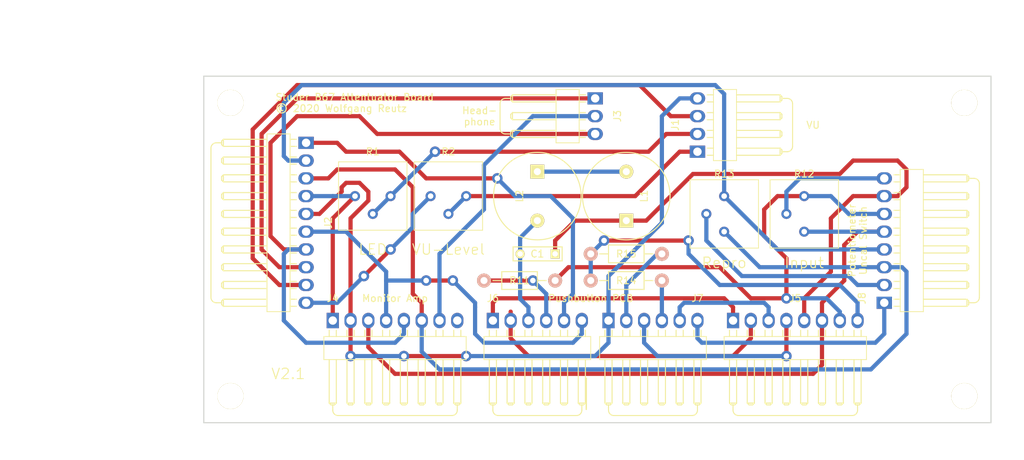
<source format=kicad_pcb>
(kicad_pcb (version 20171130) (host pcbnew "(5.1.9-0-10_14)")

  (general
    (thickness 1.6)
    (drawings 21)
    (tracks 231)
    (zones 0)
    (modules 22)
    (nets 30)
  )

  (page A4)
  (title_block
    (title "Studer B67 VU Attentuator Board V2")
    (date 2020-12-19)
    (rev 2.1)
    (company "Wolfgang Reutz")
    (comment 2 "V2.1: Missing Connection J5 -> J8")
    (comment 3 "V2.0: Redesign to horizontal connectors")
    (comment 4 "V1.1: Upgrade to KiCad 5")
  )

  (layers
    (0 F.Cu signal)
    (31 B.Cu signal)
    (32 B.Adhes user)
    (33 F.Adhes user)
    (34 B.Paste user)
    (35 F.Paste user)
    (36 B.SilkS user)
    (37 F.SilkS user)
    (38 B.Mask user)
    (39 F.Mask user)
    (40 Dwgs.User user)
    (41 Cmts.User user)
    (42 Eco1.User user hide)
    (43 Eco2.User user hide)
    (44 Edge.Cuts user)
    (45 Margin user)
    (46 B.CrtYd user hide)
    (47 F.CrtYd user)
    (48 B.Fab user)
    (49 F.Fab user hide)
  )

  (setup
    (last_trace_width 0.6)
    (trace_clearance 0.4)
    (zone_clearance 0.508)
    (zone_45_only no)
    (trace_min 0.2)
    (via_size 1.5)
    (via_drill 0.8)
    (via_min_size 0.4)
    (via_min_drill 0.3)
    (uvia_size 0.3)
    (uvia_drill 0.1)
    (uvias_allowed no)
    (uvia_min_size 0.2)
    (uvia_min_drill 0.1)
    (edge_width 0.15)
    (segment_width 0.2)
    (pcb_text_width 0.3)
    (pcb_text_size 1.5 1.5)
    (mod_edge_width 0.15)
    (mod_text_size 1 1)
    (mod_text_width 0.15)
    (pad_size 1.524 1.524)
    (pad_drill 0.762)
    (pad_to_mask_clearance 0)
    (aux_axis_origin 0 0)
    (visible_elements FFFFFF7F)
    (pcbplotparams
      (layerselection 0x010f0_ffffffff)
      (usegerberextensions false)
      (usegerberattributes false)
      (usegerberadvancedattributes false)
      (creategerberjobfile false)
      (excludeedgelayer true)
      (linewidth 0.100000)
      (plotframeref false)
      (viasonmask false)
      (mode 1)
      (useauxorigin false)
      (hpglpennumber 1)
      (hpglpenspeed 20)
      (hpglpendiameter 15.000000)
      (psnegative false)
      (psa4output false)
      (plotreference true)
      (plotvalue false)
      (plotinvisibletext false)
      (padsonsilk true)
      (subtractmaskfromsilk false)
      (outputformat 1)
      (mirror false)
      (drillshape 0)
      (scaleselection 1)
      (outputdirectory "CAM/"))
  )

  (net 0 "")
  (net 1 "Net-(C1-Pad1)")
  (net 2 "Net-(C1-Pad2)")
  (net 3 "Net-(J1-Pad1)")
  (net 4 "Net-(J1-Pad2)")
  (net 5 "Net-(J1-Pad3)")
  (net 6 "Net-(J1-Pad4)")
  (net 7 "Net-(J2-Pad1)")
  (net 8 "Net-(J2-Pad2)")
  (net 9 "Net-(J2-Pad3)")
  (net 10 "Net-(J2-Pad4)")
  (net 11 "Net-(J2-Pad6)")
  (net 12 "Net-(J2-Pad7)")
  (net 13 "Net-(J2-Pad8)")
  (net 14 "Net-(J2-Pad10)")
  (net 15 "Net-(J3-Pad2)")
  (net 16 "Net-(J4-Pad3)")
  (net 17 "Net-(J5-Pad1)")
  (net 18 "Net-(J5-Pad2)")
  (net 19 "Net-(J5-Pad3)")
  (net 20 "Net-(J5-Pad4)")
  (net 21 "Net-(J5-Pad7)")
  (net 22 "Net-(J5-Pad8)")
  (net 23 "Net-(J6-Pad4)")
  (net 24 "Net-(J7-Pad6)")
  (net 25 "Net-(J7-Pad4)")
  (net 26 "Net-(J7-Pad2)")
  (net 27 "Net-(J8-Pad8)")
  (net 28 "Net-(J8-Pad2)")
  (net 29 "Net-(L1-Pad2)")

  (net_class Default "This is the default net class."
    (clearance 0.4)
    (trace_width 0.6)
    (via_dia 1.5)
    (via_drill 0.8)
    (uvia_dia 0.3)
    (uvia_drill 0.1)
    (add_net "Net-(C1-Pad1)")
    (add_net "Net-(C1-Pad2)")
    (add_net "Net-(J1-Pad1)")
    (add_net "Net-(J1-Pad2)")
    (add_net "Net-(J1-Pad3)")
    (add_net "Net-(J1-Pad4)")
    (add_net "Net-(J2-Pad1)")
    (add_net "Net-(J2-Pad10)")
    (add_net "Net-(J2-Pad2)")
    (add_net "Net-(J2-Pad3)")
    (add_net "Net-(J2-Pad4)")
    (add_net "Net-(J2-Pad6)")
    (add_net "Net-(J2-Pad7)")
    (add_net "Net-(J2-Pad8)")
    (add_net "Net-(J3-Pad2)")
    (add_net "Net-(J4-Pad3)")
    (add_net "Net-(J5-Pad1)")
    (add_net "Net-(J5-Pad2)")
    (add_net "Net-(J5-Pad3)")
    (add_net "Net-(J5-Pad4)")
    (add_net "Net-(J5-Pad7)")
    (add_net "Net-(J5-Pad8)")
    (add_net "Net-(J6-Pad4)")
    (add_net "Net-(J7-Pad2)")
    (add_net "Net-(J7-Pad4)")
    (add_net "Net-(J7-Pad6)")
    (add_net "Net-(J8-Pad2)")
    (add_net "Net-(J8-Pad8)")
    (add_net "Net-(L1-Pad2)")
  )

  (module Molex_KK-254_horizontal:Molex_KK-254_1x06_P2.54mm_Horizontal (layer F.Cu) (tedit 5B30AED5) (tstamp 5A80C41B)
    (at 127 107.315)
    (descr "Molex KK-254 Interconnect System, old/engineering part number: AE-6410-02A example for new part number: 22-27-2021, 2 Pins (http://www.molex.com/pdm_docs/sd/022272021_sd.pdf), generated with kicad-footprint-generator")
    (tags "connector Molex KK-254 side entry")
    (path /5A822AE7)
    (fp_text reference J6 (at 0 -3.175 180) (layer F.SilkS)
      (effects (font (size 1 1) (thickness 0.15)))
    )
    (fp_text value Conn_01x06 (at 6.35 4.08 180) (layer F.Fab)
      (effects (font (size 1 1) (thickness 0.15)))
    )
    (fp_line (start -1.27 -1.53) (end -1.27 13.71) (layer F.Fab) (width 0.1))
    (fp_line (start -1.27 13.71) (end 13.97 13.71) (layer F.Fab) (width 0.1))
    (fp_line (start 13.97 -1.53) (end -1.27 -1.53) (layer F.Fab) (width 0.1))
    (fp_line (start -1.27 2.28) (end -1.27 5.58) (layer F.SilkS) (width 0.12))
    (fp_line (start -1.27 2.28) (end 13.97 2.28) (layer F.SilkS) (width 0.12))
    (fp_line (start 13.97 5.58) (end -1.27 5.58) (layer F.SilkS) (width 0.12))
    (fp_line (start -1.27 -0.5) (end -0.562893 0) (layer F.Fab) (width 0.1))
    (fp_line (start -0.562893 0) (end -1.27 0.5) (layer F.Fab) (width 0.1))
    (fp_line (start -1.77 -1.905) (end -1.77 19.93) (layer F.CrtYd) (width 0.05))
    (fp_line (start -1.762 19.93) (end 14.47 19.93) (layer F.CrtYd) (width 0.05))
    (fp_line (start 14.47 -1.905) (end -1.77 -1.905) (layer F.CrtYd) (width 0.05))
    (fp_line (start 0 12.056) (end 0 12.818) (layer F.SilkS) (width 0.15))
    (fp_line (start 0.762 13.58) (end 11.938 13.58) (layer F.SilkS) (width 0.15))
    (fp_line (start -0.508 1.388) (end -0.508 2.28) (layer F.SilkS) (width 0.15))
    (fp_line (start 0.508 5.582) (end 0.508 11.802) (layer F.SilkS) (width 0.15))
    (fp_line (start 0.508 11.802) (end 0.254 12.056) (layer F.SilkS) (width 0.15))
    (fp_line (start 0.254 12.056) (end 0 12.056) (layer F.SilkS) (width 0.15))
    (fp_line (start 0 12.056) (end -0.254 12.056) (layer F.SilkS) (width 0.15))
    (fp_line (start -0.254 12.056) (end -0.508 11.802) (layer F.SilkS) (width 0.15))
    (fp_line (start -0.508 11.802) (end -0.508 5.582) (layer F.SilkS) (width 0.15))
    (fp_line (start 2.286 12.056) (end 2.794 12.056) (layer F.SilkS) (width 0.15))
    (fp_line (start 2.794 12.056) (end 3.048 11.802) (layer F.SilkS) (width 0.15))
    (fp_line (start 3.048 11.802) (end 2.032 11.802) (layer F.SilkS) (width 0.15))
    (fp_line (start 2.032 11.802) (end 2.286 12.056) (layer F.SilkS) (width 0.15))
    (fp_line (start -0.508 11.802) (end 0.508 11.802) (layer F.SilkS) (width 0.15))
    (fp_line (start 3.048 11.802) (end 3.048 5.582) (layer F.SilkS) (width 0.15))
    (fp_line (start 2.032 2.28) (end 2.032 1.388) (layer F.SilkS) (width 0.15))
    (fp_line (start 2.032 5.582) (end 2.032 11.802) (layer F.SilkS) (width 0.15))
    (fp_line (start 3.048 2.28) (end 3.048 1.388) (layer F.SilkS) (width 0.15))
    (fp_line (start 0.508 2.28) (end 0.508 1.388) (layer F.SilkS) (width 0.15))
    (fp_line (start 4.572 5.582) (end 4.572 11.802) (layer F.SilkS) (width 0.15))
    (fp_line (start 5.588 11.802) (end 5.588 5.582) (layer F.SilkS) (width 0.15))
    (fp_line (start 4.826 12.056) (end 5.334 12.056) (layer F.SilkS) (width 0.15))
    (fp_line (start 4.572 11.802) (end 4.826 12.056) (layer F.SilkS) (width 0.15))
    (fp_line (start 5.334 12.056) (end 5.588 11.802) (layer F.SilkS) (width 0.15))
    (fp_line (start 5.588 11.802) (end 4.572 11.802) (layer F.SilkS) (width 0.15))
    (fp_line (start 5.588 2.28) (end 5.588 1.388) (layer F.SilkS) (width 0.15))
    (fp_line (start 4.572 2.28) (end 4.572 1.388) (layer F.SilkS) (width 0.15))
    (fp_line (start 7.366 12.056) (end 7.874 12.056) (layer F.SilkS) (width 0.15))
    (fp_line (start 7.112 11.802) (end 7.366 12.056) (layer F.SilkS) (width 0.15))
    (fp_line (start 8.128 11.802) (end 8.128 5.582) (layer F.SilkS) (width 0.15))
    (fp_line (start 7.874 12.056) (end 8.128 11.802) (layer F.SilkS) (width 0.15))
    (fp_line (start 8.128 2.28) (end 8.128 1.388) (layer F.SilkS) (width 0.15))
    (fp_line (start 7.112 2.28) (end 7.112 1.388) (layer F.SilkS) (width 0.15))
    (fp_line (start 7.112 5.582) (end 7.112 11.802) (layer F.SilkS) (width 0.15))
    (fp_line (start 8.128 11.802) (end 7.112 11.802) (layer F.SilkS) (width 0.15))
    (fp_line (start 10.668 11.802) (end 9.652 11.802) (layer F.SilkS) (width 0.15))
    (fp_line (start 9.652 11.802) (end 9.906 12.056) (layer F.SilkS) (width 0.15))
    (fp_line (start 10.668 11.802) (end 10.668 5.582) (layer F.SilkS) (width 0.15))
    (fp_line (start 9.652 2.28) (end 9.652 1.388) (layer F.SilkS) (width 0.15))
    (fp_line (start 9.652 5.582) (end 9.652 11.802) (layer F.SilkS) (width 0.15))
    (fp_line (start 9.906 12.056) (end 10.414 12.056) (layer F.SilkS) (width 0.15))
    (fp_line (start 10.668 2.28) (end 10.668 1.388) (layer F.SilkS) (width 0.15))
    (fp_line (start 10.414 12.056) (end 10.668 11.802) (layer F.SilkS) (width 0.15))
    (fp_line (start 13.208 2.28) (end 13.208 1.388) (layer F.SilkS) (width 0.15))
    (fp_line (start 12.7 12.056) (end 12.7 12.818) (layer F.SilkS) (width 0.15))
    (fp_line (start 13.97 13.71) (end 13.97 -1.53) (layer F.Fab) (width 0.1))
    (fp_line (start 14.47 19.93) (end 14.47 -1.905) (layer F.CrtYd) (width 0.05))
    (fp_line (start 12.446 12.056) (end 12.954 12.056) (layer F.SilkS) (width 0.15))
    (fp_line (start 12.192 5.582) (end 12.192 11.802) (layer F.SilkS) (width 0.15))
    (fp_line (start 12.954 12.056) (end 13.208 11.802) (layer F.SilkS) (width 0.15))
    (fp_line (start 13.208 11.802) (end 12.192 11.802) (layer F.SilkS) (width 0.15))
    (fp_line (start 13.208 11.802) (end 13.208 5.582) (layer F.SilkS) (width 0.15))
    (fp_line (start 12.192 11.802) (end 12.446 12.056) (layer F.SilkS) (width 0.15))
    (fp_line (start 12.192 2.28) (end 12.192 1.388) (layer F.SilkS) (width 0.15))
    (fp_line (start 13.97 2.28) (end 13.97 5.58) (layer F.SilkS) (width 0.12))
    (fp_arc (start 11.938 12.818) (end 11.938 13.58) (angle -90) (layer F.SilkS) (width 0.15))
    (fp_arc (start 0.762 12.818) (end 0 12.818) (angle -90) (layer F.SilkS) (width 0.15))
    (fp_text user %R (at 6.35 -2.22 180) (layer F.Fab)
      (effects (font (size 1 1) (thickness 0.15)))
    )
    (pad 6 thru_hole oval (at 12.7 0) (size 1.74 2.2) (drill 1.2) (layers *.Cu *.Mask)
      (net 11 "Net-(J2-Pad6)"))
    (pad 5 thru_hole oval (at 10.16 0) (size 1.74 2.2) (drill 1.2) (layers *.Cu *.Mask)
      (net 7 "Net-(J2-Pad1)"))
    (pad 4 thru_hole oval (at 7.62 0) (size 1.74 2.2) (drill 1.2) (layers *.Cu *.Mask)
      (net 23 "Net-(J6-Pad4)"))
    (pad 3 thru_hole oval (at 5.08 0) (size 1.74 2.2) (drill 1.2) (layers *.Cu *.Mask)
      (net 2 "Net-(C1-Pad2)"))
    (pad 2 thru_hole oval (at 2.54 0) (size 1.74 2.2) (drill 1.2) (layers *.Cu *.Mask)
      (net 18 "Net-(J5-Pad2)"))
    (pad 1 thru_hole rect (at 0 0) (size 1.74 2.2) (drill 1.2) (layers *.Cu *.Mask)
      (net 17 "Net-(J5-Pad1)"))
    (model "${KICUSTOMLIBS}/packages_3d custom STEP/Molex_90Grad_6er.STEP"
      (offset (xyz -4.15 -6.85 0))
      (scale (xyz 1 1 1))
      (rotate (xyz -90 0 180))
    )
  )

  (module Molex_KK-254_horizontal:Molex_KK-254_1x06_P2.54mm_Horizontal (layer F.Cu) (tedit 5B30AED5) (tstamp 5A80C447)
    (at 143.51 107.315)
    (descr "Molex KK-254 Interconnect System, old/engineering part number: AE-6410-02A example for new part number: 22-27-2021, 2 Pins (http://www.molex.com/pdm_docs/sd/022272021_sd.pdf), generated with kicad-footprint-generator")
    (tags "connector Molex KK-254 side entry")
    (path /5A822B77)
    (fp_text reference J7 (at 12.7 -3.175 180) (layer F.SilkS)
      (effects (font (size 1 1) (thickness 0.15)))
    )
    (fp_text value Conn_01x06 (at 6.35 4.08 180) (layer F.Fab)
      (effects (font (size 1 1) (thickness 0.15)))
    )
    (fp_line (start -1.27 -1.53) (end -1.27 13.71) (layer F.Fab) (width 0.1))
    (fp_line (start -1.27 13.71) (end 13.97 13.71) (layer F.Fab) (width 0.1))
    (fp_line (start 13.97 -1.53) (end -1.27 -1.53) (layer F.Fab) (width 0.1))
    (fp_line (start -1.27 2.28) (end -1.27 5.58) (layer F.SilkS) (width 0.12))
    (fp_line (start -1.27 2.28) (end 13.97 2.28) (layer F.SilkS) (width 0.12))
    (fp_line (start 13.97 5.58) (end -1.27 5.58) (layer F.SilkS) (width 0.12))
    (fp_line (start -1.27 -0.5) (end -0.562893 0) (layer F.Fab) (width 0.1))
    (fp_line (start -0.562893 0) (end -1.27 0.5) (layer F.Fab) (width 0.1))
    (fp_line (start -1.77 -1.905) (end -1.77 19.93) (layer F.CrtYd) (width 0.05))
    (fp_line (start -1.762 19.93) (end 14.47 19.93) (layer F.CrtYd) (width 0.05))
    (fp_line (start 14.47 -1.905) (end -1.77 -1.905) (layer F.CrtYd) (width 0.05))
    (fp_line (start 0 12.056) (end 0 12.818) (layer F.SilkS) (width 0.15))
    (fp_line (start 0.762 13.58) (end 11.938 13.58) (layer F.SilkS) (width 0.15))
    (fp_line (start -0.508 1.388) (end -0.508 2.28) (layer F.SilkS) (width 0.15))
    (fp_line (start 0.508 5.582) (end 0.508 11.802) (layer F.SilkS) (width 0.15))
    (fp_line (start 0.508 11.802) (end 0.254 12.056) (layer F.SilkS) (width 0.15))
    (fp_line (start 0.254 12.056) (end 0 12.056) (layer F.SilkS) (width 0.15))
    (fp_line (start 0 12.056) (end -0.254 12.056) (layer F.SilkS) (width 0.15))
    (fp_line (start -0.254 12.056) (end -0.508 11.802) (layer F.SilkS) (width 0.15))
    (fp_line (start -0.508 11.802) (end -0.508 5.582) (layer F.SilkS) (width 0.15))
    (fp_line (start 2.286 12.056) (end 2.794 12.056) (layer F.SilkS) (width 0.15))
    (fp_line (start 2.794 12.056) (end 3.048 11.802) (layer F.SilkS) (width 0.15))
    (fp_line (start 3.048 11.802) (end 2.032 11.802) (layer F.SilkS) (width 0.15))
    (fp_line (start 2.032 11.802) (end 2.286 12.056) (layer F.SilkS) (width 0.15))
    (fp_line (start -0.508 11.802) (end 0.508 11.802) (layer F.SilkS) (width 0.15))
    (fp_line (start 3.048 11.802) (end 3.048 5.582) (layer F.SilkS) (width 0.15))
    (fp_line (start 2.032 2.28) (end 2.032 1.388) (layer F.SilkS) (width 0.15))
    (fp_line (start 2.032 5.582) (end 2.032 11.802) (layer F.SilkS) (width 0.15))
    (fp_line (start 3.048 2.28) (end 3.048 1.388) (layer F.SilkS) (width 0.15))
    (fp_line (start 0.508 2.28) (end 0.508 1.388) (layer F.SilkS) (width 0.15))
    (fp_line (start 4.572 5.582) (end 4.572 11.802) (layer F.SilkS) (width 0.15))
    (fp_line (start 5.588 11.802) (end 5.588 5.582) (layer F.SilkS) (width 0.15))
    (fp_line (start 4.826 12.056) (end 5.334 12.056) (layer F.SilkS) (width 0.15))
    (fp_line (start 4.572 11.802) (end 4.826 12.056) (layer F.SilkS) (width 0.15))
    (fp_line (start 5.334 12.056) (end 5.588 11.802) (layer F.SilkS) (width 0.15))
    (fp_line (start 5.588 11.802) (end 4.572 11.802) (layer F.SilkS) (width 0.15))
    (fp_line (start 5.588 2.28) (end 5.588 1.388) (layer F.SilkS) (width 0.15))
    (fp_line (start 4.572 2.28) (end 4.572 1.388) (layer F.SilkS) (width 0.15))
    (fp_line (start 7.366 12.056) (end 7.874 12.056) (layer F.SilkS) (width 0.15))
    (fp_line (start 7.112 11.802) (end 7.366 12.056) (layer F.SilkS) (width 0.15))
    (fp_line (start 8.128 11.802) (end 8.128 5.582) (layer F.SilkS) (width 0.15))
    (fp_line (start 7.874 12.056) (end 8.128 11.802) (layer F.SilkS) (width 0.15))
    (fp_line (start 8.128 2.28) (end 8.128 1.388) (layer F.SilkS) (width 0.15))
    (fp_line (start 7.112 2.28) (end 7.112 1.388) (layer F.SilkS) (width 0.15))
    (fp_line (start 7.112 5.582) (end 7.112 11.802) (layer F.SilkS) (width 0.15))
    (fp_line (start 8.128 11.802) (end 7.112 11.802) (layer F.SilkS) (width 0.15))
    (fp_line (start 10.668 11.802) (end 9.652 11.802) (layer F.SilkS) (width 0.15))
    (fp_line (start 9.652 11.802) (end 9.906 12.056) (layer F.SilkS) (width 0.15))
    (fp_line (start 10.668 11.802) (end 10.668 5.582) (layer F.SilkS) (width 0.15))
    (fp_line (start 9.652 2.28) (end 9.652 1.388) (layer F.SilkS) (width 0.15))
    (fp_line (start 9.652 5.582) (end 9.652 11.802) (layer F.SilkS) (width 0.15))
    (fp_line (start 9.906 12.056) (end 10.414 12.056) (layer F.SilkS) (width 0.15))
    (fp_line (start 10.668 2.28) (end 10.668 1.388) (layer F.SilkS) (width 0.15))
    (fp_line (start 10.414 12.056) (end 10.668 11.802) (layer F.SilkS) (width 0.15))
    (fp_line (start 13.208 2.28) (end 13.208 1.388) (layer F.SilkS) (width 0.15))
    (fp_line (start 12.7 12.056) (end 12.7 12.818) (layer F.SilkS) (width 0.15))
    (fp_line (start 13.97 13.71) (end 13.97 -1.53) (layer F.Fab) (width 0.1))
    (fp_line (start 14.47 19.93) (end 14.47 -1.905) (layer F.CrtYd) (width 0.05))
    (fp_line (start 12.446 12.056) (end 12.954 12.056) (layer F.SilkS) (width 0.15))
    (fp_line (start 12.192 5.582) (end 12.192 11.802) (layer F.SilkS) (width 0.15))
    (fp_line (start 12.954 12.056) (end 13.208 11.802) (layer F.SilkS) (width 0.15))
    (fp_line (start 13.208 11.802) (end 12.192 11.802) (layer F.SilkS) (width 0.15))
    (fp_line (start 13.208 11.802) (end 13.208 5.582) (layer F.SilkS) (width 0.15))
    (fp_line (start 12.192 11.802) (end 12.446 12.056) (layer F.SilkS) (width 0.15))
    (fp_line (start 12.192 2.28) (end 12.192 1.388) (layer F.SilkS) (width 0.15))
    (fp_line (start 13.97 2.28) (end 13.97 5.58) (layer F.SilkS) (width 0.12))
    (fp_arc (start 11.938 12.818) (end 11.938 13.58) (angle -90) (layer F.SilkS) (width 0.15))
    (fp_arc (start 0.762 12.818) (end 0 12.818) (angle -90) (layer F.SilkS) (width 0.15))
    (fp_text user %R (at 6.35 -2.22 180) (layer F.Fab)
      (effects (font (size 1 1) (thickness 0.15)))
    )
    (pad 6 thru_hole oval (at 12.7 0) (size 1.74 2.2) (drill 1.2) (layers *.Cu *.Mask)
      (net 24 "Net-(J7-Pad6)"))
    (pad 5 thru_hole oval (at 10.16 0) (size 1.74 2.2) (drill 1.2) (layers *.Cu *.Mask)
      (net 19 "Net-(J5-Pad3)"))
    (pad 4 thru_hole oval (at 7.62 0) (size 1.74 2.2) (drill 1.2) (layers *.Cu *.Mask)
      (net 25 "Net-(J7-Pad4)"))
    (pad 3 thru_hole oval (at 5.08 0) (size 1.74 2.2) (drill 1.2) (layers *.Cu *.Mask)
      (net 20 "Net-(J5-Pad4)"))
    (pad 2 thru_hole oval (at 2.54 0) (size 1.74 2.2) (drill 1.2) (layers *.Cu *.Mask)
      (net 26 "Net-(J7-Pad2)"))
    (pad 1 thru_hole rect (at 0 0) (size 1.74 2.2) (drill 1.2) (layers *.Cu *.Mask)
      (net 6 "Net-(J1-Pad4)"))
    (model "${KICUSTOMLIBS}/packages_3d custom STEP/Molex_90Grad_6er.STEP"
      (offset (xyz -4.15 -6.85 0))
      (scale (xyz 1 1 1))
      (rotate (xyz -90 0 180))
    )
  )

  (module Molex_KK-254_horizontal:Molex_KK-254_1x08_P2.54mm_Horizontal (layer F.Cu) (tedit 5B30AEE3) (tstamp 5A80C3B5)
    (at 104.14 107.315)
    (descr "Molex KK-254 Interconnect System, old/engineering part number: AE-6410-02A example for new part number: 22-27-2021, 2 Pins (http://www.molex.com/pdm_docs/sd/022272021_sd.pdf), generated with kicad-footprint-generator")
    (tags "connector Molex KK-254 side entry")
    (path /5A81DEE6)
    (fp_text reference J4 (at 0 -3.175) (layer F.SilkS)
      (effects (font (size 1 1) (thickness 0.15)))
    )
    (fp_text value Conn_01x08 (at 8.89 4.08) (layer F.Fab)
      (effects (font (size 1 1) (thickness 0.15)))
    )
    (fp_line (start -1.27 -1.53) (end -1.27 13.71) (layer F.Fab) (width 0.1))
    (fp_line (start -1.27 13.71) (end 19.05 13.71) (layer F.Fab) (width 0.1))
    (fp_line (start 19.05 -1.53) (end -1.27 -1.53) (layer F.Fab) (width 0.1))
    (fp_line (start -1.27 2.28) (end -1.27 5.58) (layer F.SilkS) (width 0.12))
    (fp_line (start -1.27 2.28) (end 19.05 2.28) (layer F.SilkS) (width 0.12))
    (fp_line (start 19.05 5.58) (end -1.27 5.58) (layer F.SilkS) (width 0.12))
    (fp_line (start -1.27 -0.5) (end -0.562893 0) (layer F.Fab) (width 0.1))
    (fp_line (start -0.562893 0) (end -1.27 0.5) (layer F.Fab) (width 0.1))
    (fp_line (start -1.77 -1.905) (end -1.77 19.93) (layer F.CrtYd) (width 0.05))
    (fp_line (start -1.762 19.93) (end 19.55 19.93) (layer F.CrtYd) (width 0.05))
    (fp_line (start 19.55 -1.905) (end -1.77 -1.905) (layer F.CrtYd) (width 0.05))
    (fp_line (start 0 12.056) (end 0 12.818) (layer F.SilkS) (width 0.15))
    (fp_line (start 0.762 13.58) (end 17.018 13.58) (layer F.SilkS) (width 0.15))
    (fp_line (start -0.508 1.388) (end -0.508 2.28) (layer F.SilkS) (width 0.15))
    (fp_line (start 0.508 5.582) (end 0.508 11.802) (layer F.SilkS) (width 0.15))
    (fp_line (start 0.508 11.802) (end 0.254 12.056) (layer F.SilkS) (width 0.15))
    (fp_line (start 0.254 12.056) (end 0 12.056) (layer F.SilkS) (width 0.15))
    (fp_line (start 0 12.056) (end -0.254 12.056) (layer F.SilkS) (width 0.15))
    (fp_line (start -0.254 12.056) (end -0.508 11.802) (layer F.SilkS) (width 0.15))
    (fp_line (start -0.508 11.802) (end -0.508 5.582) (layer F.SilkS) (width 0.15))
    (fp_line (start 2.286 12.056) (end 2.794 12.056) (layer F.SilkS) (width 0.15))
    (fp_line (start 2.794 12.056) (end 3.048 11.802) (layer F.SilkS) (width 0.15))
    (fp_line (start 3.048 11.802) (end 2.032 11.802) (layer F.SilkS) (width 0.15))
    (fp_line (start 2.032 11.802) (end 2.286 12.056) (layer F.SilkS) (width 0.15))
    (fp_line (start -0.508 11.802) (end 0.508 11.802) (layer F.SilkS) (width 0.15))
    (fp_line (start 3.048 11.802) (end 3.048 5.582) (layer F.SilkS) (width 0.15))
    (fp_line (start 2.032 2.28) (end 2.032 1.388) (layer F.SilkS) (width 0.15))
    (fp_line (start 2.032 5.582) (end 2.032 11.802) (layer F.SilkS) (width 0.15))
    (fp_line (start 3.048 2.28) (end 3.048 1.388) (layer F.SilkS) (width 0.15))
    (fp_line (start 0.508 2.28) (end 0.508 1.388) (layer F.SilkS) (width 0.15))
    (fp_line (start 4.572 5.582) (end 4.572 11.802) (layer F.SilkS) (width 0.15))
    (fp_line (start 5.588 11.802) (end 5.588 5.582) (layer F.SilkS) (width 0.15))
    (fp_line (start 4.826 12.056) (end 5.334 12.056) (layer F.SilkS) (width 0.15))
    (fp_line (start 4.572 11.802) (end 4.826 12.056) (layer F.SilkS) (width 0.15))
    (fp_line (start 5.334 12.056) (end 5.588 11.802) (layer F.SilkS) (width 0.15))
    (fp_line (start 5.588 11.802) (end 4.572 11.802) (layer F.SilkS) (width 0.15))
    (fp_line (start 5.588 2.28) (end 5.588 1.388) (layer F.SilkS) (width 0.15))
    (fp_line (start 4.572 2.28) (end 4.572 1.388) (layer F.SilkS) (width 0.15))
    (fp_line (start 7.366 12.056) (end 7.874 12.056) (layer F.SilkS) (width 0.15))
    (fp_line (start 7.112 11.802) (end 7.366 12.056) (layer F.SilkS) (width 0.15))
    (fp_line (start 8.128 11.802) (end 8.128 5.582) (layer F.SilkS) (width 0.15))
    (fp_line (start 7.874 12.056) (end 8.128 11.802) (layer F.SilkS) (width 0.15))
    (fp_line (start 8.128 2.28) (end 8.128 1.388) (layer F.SilkS) (width 0.15))
    (fp_line (start 7.112 2.28) (end 7.112 1.388) (layer F.SilkS) (width 0.15))
    (fp_line (start 7.112 5.582) (end 7.112 11.802) (layer F.SilkS) (width 0.15))
    (fp_line (start 8.128 11.802) (end 7.112 11.802) (layer F.SilkS) (width 0.15))
    (fp_line (start 10.668 11.802) (end 9.652 11.802) (layer F.SilkS) (width 0.15))
    (fp_line (start 9.652 11.802) (end 9.906 12.056) (layer F.SilkS) (width 0.15))
    (fp_line (start 10.668 11.802) (end 10.668 5.582) (layer F.SilkS) (width 0.15))
    (fp_line (start 9.652 2.28) (end 9.652 1.388) (layer F.SilkS) (width 0.15))
    (fp_line (start 9.652 5.582) (end 9.652 11.802) (layer F.SilkS) (width 0.15))
    (fp_line (start 9.906 12.056) (end 10.414 12.056) (layer F.SilkS) (width 0.15))
    (fp_line (start 10.668 2.28) (end 10.668 1.388) (layer F.SilkS) (width 0.15))
    (fp_line (start 10.414 12.056) (end 10.668 11.802) (layer F.SilkS) (width 0.15))
    (fp_line (start 13.208 2.28) (end 13.208 1.388) (layer F.SilkS) (width 0.15))
    (fp_line (start 12.446 12.056) (end 12.954 12.056) (layer F.SilkS) (width 0.15))
    (fp_line (start 12.192 5.582) (end 12.192 11.802) (layer F.SilkS) (width 0.15))
    (fp_line (start 12.954 12.056) (end 13.208 11.802) (layer F.SilkS) (width 0.15))
    (fp_line (start 13.208 11.802) (end 12.192 11.802) (layer F.SilkS) (width 0.15))
    (fp_line (start 13.208 11.802) (end 13.208 5.582) (layer F.SilkS) (width 0.15))
    (fp_line (start 12.192 11.802) (end 12.446 12.056) (layer F.SilkS) (width 0.15))
    (fp_line (start 12.192 2.28) (end 12.192 1.388) (layer F.SilkS) (width 0.15))
    (fp_line (start 19.05 2.28) (end 19.05 5.58) (layer F.SilkS) (width 0.12))
    (fp_line (start 19.55 19.93) (end 19.55 -1.905) (layer F.CrtYd) (width 0.05))
    (fp_line (start 18.288 11.802) (end 18.288 5.582) (layer F.SilkS) (width 0.15))
    (fp_line (start 18.288 2.28) (end 18.288 1.388) (layer F.SilkS) (width 0.15))
    (fp_line (start 18.034 12.056) (end 18.288 11.802) (layer F.SilkS) (width 0.15))
    (fp_line (start 18.288 11.802) (end 17.272 11.802) (layer F.SilkS) (width 0.15))
    (fp_line (start 17.272 2.28) (end 17.272 1.388) (layer F.SilkS) (width 0.15))
    (fp_line (start 17.526 12.056) (end 18.034 12.056) (layer F.SilkS) (width 0.15))
    (fp_line (start 17.272 5.582) (end 17.272 11.802) (layer F.SilkS) (width 0.15))
    (fp_line (start 17.272 11.802) (end 17.526 12.056) (layer F.SilkS) (width 0.15))
    (fp_line (start 17.78 12.056) (end 17.78 12.818) (layer F.SilkS) (width 0.15))
    (fp_line (start 19.05 13.71) (end 19.05 -1.53) (layer F.Fab) (width 0.1))
    (fp_line (start 15.748 11.802) (end 15.748 5.582) (layer F.SilkS) (width 0.15))
    (fp_line (start 15.748 2.28) (end 15.748 1.388) (layer F.SilkS) (width 0.15))
    (fp_line (start 15.494 12.056) (end 15.748 11.802) (layer F.SilkS) (width 0.15))
    (fp_line (start 15.748 11.802) (end 14.732 11.802) (layer F.SilkS) (width 0.15))
    (fp_line (start 14.732 2.28) (end 14.732 1.388) (layer F.SilkS) (width 0.15))
    (fp_line (start 14.986 12.056) (end 15.494 12.056) (layer F.SilkS) (width 0.15))
    (fp_line (start 14.732 5.582) (end 14.732 11.802) (layer F.SilkS) (width 0.15))
    (fp_line (start 14.732 11.802) (end 14.986 12.056) (layer F.SilkS) (width 0.15))
    (fp_arc (start 17.018 12.818) (end 17.018 13.58) (angle -90) (layer F.SilkS) (width 0.15))
    (fp_arc (start 0.762 12.818) (end 0 12.818) (angle -90) (layer F.SilkS) (width 0.15))
    (fp_text user %R (at 8.89 -2.22) (layer F.Fab)
      (effects (font (size 1 1) (thickness 0.15)))
    )
    (pad 7 thru_hole oval (at 15.24 0) (size 1.74 2.2) (drill 1.2) (layers *.Cu *.Mask)
      (net 15 "Net-(J3-Pad2)"))
    (pad 8 thru_hole oval (at 17.78 0) (size 1.74 2.2) (drill 1.2) (layers *.Cu *.Mask))
    (pad 6 thru_hole oval (at 12.7 0) (size 1.74 2.2) (drill 1.2) (layers *.Cu *.Mask)
      (net 9 "Net-(J2-Pad3)"))
    (pad 5 thru_hole oval (at 10.16 0) (size 1.74 2.2) (drill 1.2) (layers *.Cu *.Mask)
      (net 12 "Net-(J2-Pad7)"))
    (pad 4 thru_hole oval (at 7.62 0) (size 1.74 2.2) (drill 1.2) (layers *.Cu *.Mask)
      (net 11 "Net-(J2-Pad6)"))
    (pad 3 thru_hole oval (at 5.08 0) (size 1.74 2.2) (drill 1.2) (layers *.Cu *.Mask)
      (net 16 "Net-(J4-Pad3)"))
    (pad 2 thru_hole oval (at 2.54 0) (size 1.74 2.2) (drill 1.2) (layers *.Cu *.Mask)
      (net 6 "Net-(J1-Pad4)"))
    (pad 1 thru_hole rect (at 0 0) (size 1.74 2.2) (drill 1.2) (layers *.Cu *.Mask)
      (net 10 "Net-(J2-Pad4)"))
    (model "${KICUSTOMLIBS}/packages_3d custom STEP/Molex_90Grad_8er.STEP"
      (offset (xyz 1.2 -6.85 0))
      (scale (xyz 1 1 1))
      (rotate (xyz -90 0 180))
    )
  )

  (module Molex_KK-254_horizontal:Molex_KK-254_1x08_P2.54mm_Horizontal (layer F.Cu) (tedit 5B30AEE3) (tstamp 5A80C3EF)
    (at 161.29 107.315)
    (descr "Molex KK-254 Interconnect System, old/engineering part number: AE-6410-02A example for new part number: 22-27-2021, 2 Pins (http://www.molex.com/pdm_docs/sd/022272021_sd.pdf), generated with kicad-footprint-generator")
    (tags "connector Molex KK-254 side entry")
    (path /5A86E468)
    (fp_text reference J5 (at 8.89 -3.175) (layer F.SilkS)
      (effects (font (size 1 1) (thickness 0.15)))
    )
    (fp_text value Conn_01x08 (at 8.89 4.08) (layer F.Fab)
      (effects (font (size 1 1) (thickness 0.15)))
    )
    (fp_line (start -1.27 -1.53) (end -1.27 13.71) (layer F.Fab) (width 0.1))
    (fp_line (start -1.27 13.71) (end 19.05 13.71) (layer F.Fab) (width 0.1))
    (fp_line (start 19.05 -1.53) (end -1.27 -1.53) (layer F.Fab) (width 0.1))
    (fp_line (start -1.27 2.28) (end -1.27 5.58) (layer F.SilkS) (width 0.12))
    (fp_line (start -1.27 2.28) (end 19.05 2.28) (layer F.SilkS) (width 0.12))
    (fp_line (start 19.05 5.58) (end -1.27 5.58) (layer F.SilkS) (width 0.12))
    (fp_line (start -1.27 -0.5) (end -0.562893 0) (layer F.Fab) (width 0.1))
    (fp_line (start -0.562893 0) (end -1.27 0.5) (layer F.Fab) (width 0.1))
    (fp_line (start -1.77 -1.905) (end -1.77 19.93) (layer F.CrtYd) (width 0.05))
    (fp_line (start -1.762 19.93) (end 19.55 19.93) (layer F.CrtYd) (width 0.05))
    (fp_line (start 19.55 -1.905) (end -1.77 -1.905) (layer F.CrtYd) (width 0.05))
    (fp_line (start 0 12.056) (end 0 12.818) (layer F.SilkS) (width 0.15))
    (fp_line (start 0.762 13.58) (end 17.018 13.58) (layer F.SilkS) (width 0.15))
    (fp_line (start -0.508 1.388) (end -0.508 2.28) (layer F.SilkS) (width 0.15))
    (fp_line (start 0.508 5.582) (end 0.508 11.802) (layer F.SilkS) (width 0.15))
    (fp_line (start 0.508 11.802) (end 0.254 12.056) (layer F.SilkS) (width 0.15))
    (fp_line (start 0.254 12.056) (end 0 12.056) (layer F.SilkS) (width 0.15))
    (fp_line (start 0 12.056) (end -0.254 12.056) (layer F.SilkS) (width 0.15))
    (fp_line (start -0.254 12.056) (end -0.508 11.802) (layer F.SilkS) (width 0.15))
    (fp_line (start -0.508 11.802) (end -0.508 5.582) (layer F.SilkS) (width 0.15))
    (fp_line (start 2.286 12.056) (end 2.794 12.056) (layer F.SilkS) (width 0.15))
    (fp_line (start 2.794 12.056) (end 3.048 11.802) (layer F.SilkS) (width 0.15))
    (fp_line (start 3.048 11.802) (end 2.032 11.802) (layer F.SilkS) (width 0.15))
    (fp_line (start 2.032 11.802) (end 2.286 12.056) (layer F.SilkS) (width 0.15))
    (fp_line (start -0.508 11.802) (end 0.508 11.802) (layer F.SilkS) (width 0.15))
    (fp_line (start 3.048 11.802) (end 3.048 5.582) (layer F.SilkS) (width 0.15))
    (fp_line (start 2.032 2.28) (end 2.032 1.388) (layer F.SilkS) (width 0.15))
    (fp_line (start 2.032 5.582) (end 2.032 11.802) (layer F.SilkS) (width 0.15))
    (fp_line (start 3.048 2.28) (end 3.048 1.388) (layer F.SilkS) (width 0.15))
    (fp_line (start 0.508 2.28) (end 0.508 1.388) (layer F.SilkS) (width 0.15))
    (fp_line (start 4.572 5.582) (end 4.572 11.802) (layer F.SilkS) (width 0.15))
    (fp_line (start 5.588 11.802) (end 5.588 5.582) (layer F.SilkS) (width 0.15))
    (fp_line (start 4.826 12.056) (end 5.334 12.056) (layer F.SilkS) (width 0.15))
    (fp_line (start 4.572 11.802) (end 4.826 12.056) (layer F.SilkS) (width 0.15))
    (fp_line (start 5.334 12.056) (end 5.588 11.802) (layer F.SilkS) (width 0.15))
    (fp_line (start 5.588 11.802) (end 4.572 11.802) (layer F.SilkS) (width 0.15))
    (fp_line (start 5.588 2.28) (end 5.588 1.388) (layer F.SilkS) (width 0.15))
    (fp_line (start 4.572 2.28) (end 4.572 1.388) (layer F.SilkS) (width 0.15))
    (fp_line (start 7.366 12.056) (end 7.874 12.056) (layer F.SilkS) (width 0.15))
    (fp_line (start 7.112 11.802) (end 7.366 12.056) (layer F.SilkS) (width 0.15))
    (fp_line (start 8.128 11.802) (end 8.128 5.582) (layer F.SilkS) (width 0.15))
    (fp_line (start 7.874 12.056) (end 8.128 11.802) (layer F.SilkS) (width 0.15))
    (fp_line (start 8.128 2.28) (end 8.128 1.388) (layer F.SilkS) (width 0.15))
    (fp_line (start 7.112 2.28) (end 7.112 1.388) (layer F.SilkS) (width 0.15))
    (fp_line (start 7.112 5.582) (end 7.112 11.802) (layer F.SilkS) (width 0.15))
    (fp_line (start 8.128 11.802) (end 7.112 11.802) (layer F.SilkS) (width 0.15))
    (fp_line (start 10.668 11.802) (end 9.652 11.802) (layer F.SilkS) (width 0.15))
    (fp_line (start 9.652 11.802) (end 9.906 12.056) (layer F.SilkS) (width 0.15))
    (fp_line (start 10.668 11.802) (end 10.668 5.582) (layer F.SilkS) (width 0.15))
    (fp_line (start 9.652 2.28) (end 9.652 1.388) (layer F.SilkS) (width 0.15))
    (fp_line (start 9.652 5.582) (end 9.652 11.802) (layer F.SilkS) (width 0.15))
    (fp_line (start 9.906 12.056) (end 10.414 12.056) (layer F.SilkS) (width 0.15))
    (fp_line (start 10.668 2.28) (end 10.668 1.388) (layer F.SilkS) (width 0.15))
    (fp_line (start 10.414 12.056) (end 10.668 11.802) (layer F.SilkS) (width 0.15))
    (fp_line (start 13.208 2.28) (end 13.208 1.388) (layer F.SilkS) (width 0.15))
    (fp_line (start 12.446 12.056) (end 12.954 12.056) (layer F.SilkS) (width 0.15))
    (fp_line (start 12.192 5.582) (end 12.192 11.802) (layer F.SilkS) (width 0.15))
    (fp_line (start 12.954 12.056) (end 13.208 11.802) (layer F.SilkS) (width 0.15))
    (fp_line (start 13.208 11.802) (end 12.192 11.802) (layer F.SilkS) (width 0.15))
    (fp_line (start 13.208 11.802) (end 13.208 5.582) (layer F.SilkS) (width 0.15))
    (fp_line (start 12.192 11.802) (end 12.446 12.056) (layer F.SilkS) (width 0.15))
    (fp_line (start 12.192 2.28) (end 12.192 1.388) (layer F.SilkS) (width 0.15))
    (fp_line (start 19.05 2.28) (end 19.05 5.58) (layer F.SilkS) (width 0.12))
    (fp_line (start 19.55 19.93) (end 19.55 -1.905) (layer F.CrtYd) (width 0.05))
    (fp_line (start 18.288 11.802) (end 18.288 5.582) (layer F.SilkS) (width 0.15))
    (fp_line (start 18.288 2.28) (end 18.288 1.388) (layer F.SilkS) (width 0.15))
    (fp_line (start 18.034 12.056) (end 18.288 11.802) (layer F.SilkS) (width 0.15))
    (fp_line (start 18.288 11.802) (end 17.272 11.802) (layer F.SilkS) (width 0.15))
    (fp_line (start 17.272 2.28) (end 17.272 1.388) (layer F.SilkS) (width 0.15))
    (fp_line (start 17.526 12.056) (end 18.034 12.056) (layer F.SilkS) (width 0.15))
    (fp_line (start 17.272 5.582) (end 17.272 11.802) (layer F.SilkS) (width 0.15))
    (fp_line (start 17.272 11.802) (end 17.526 12.056) (layer F.SilkS) (width 0.15))
    (fp_line (start 17.78 12.056) (end 17.78 12.818) (layer F.SilkS) (width 0.15))
    (fp_line (start 19.05 13.71) (end 19.05 -1.53) (layer F.Fab) (width 0.1))
    (fp_line (start 15.748 11.802) (end 15.748 5.582) (layer F.SilkS) (width 0.15))
    (fp_line (start 15.748 2.28) (end 15.748 1.388) (layer F.SilkS) (width 0.15))
    (fp_line (start 15.494 12.056) (end 15.748 11.802) (layer F.SilkS) (width 0.15))
    (fp_line (start 15.748 11.802) (end 14.732 11.802) (layer F.SilkS) (width 0.15))
    (fp_line (start 14.732 2.28) (end 14.732 1.388) (layer F.SilkS) (width 0.15))
    (fp_line (start 14.986 12.056) (end 15.494 12.056) (layer F.SilkS) (width 0.15))
    (fp_line (start 14.732 5.582) (end 14.732 11.802) (layer F.SilkS) (width 0.15))
    (fp_line (start 14.732 11.802) (end 14.986 12.056) (layer F.SilkS) (width 0.15))
    (fp_arc (start 17.018 12.818) (end 17.018 13.58) (angle -90) (layer F.SilkS) (width 0.15))
    (fp_arc (start 0.762 12.818) (end 0 12.818) (angle -90) (layer F.SilkS) (width 0.15))
    (fp_text user %R (at 8.89 -2.22) (layer F.Fab)
      (effects (font (size 1 1) (thickness 0.15)))
    )
    (pad 7 thru_hole oval (at 15.24 0) (size 1.74 2.2) (drill 1.2) (layers *.Cu *.Mask)
      (net 21 "Net-(J5-Pad7)"))
    (pad 8 thru_hole oval (at 17.78 0) (size 1.74 2.2) (drill 1.2) (layers *.Cu *.Mask)
      (net 22 "Net-(J5-Pad8)"))
    (pad 6 thru_hole oval (at 12.7 0) (size 1.74 2.2) (drill 1.2) (layers *.Cu *.Mask)
      (net 16 "Net-(J4-Pad3)"))
    (pad 5 thru_hole oval (at 10.16 0) (size 1.74 2.2) (drill 1.2) (layers *.Cu *.Mask)
      (net 1 "Net-(C1-Pad1)"))
    (pad 4 thru_hole oval (at 7.62 0) (size 1.74 2.2) (drill 1.2) (layers *.Cu *.Mask)
      (net 20 "Net-(J5-Pad4)"))
    (pad 3 thru_hole oval (at 5.08 0) (size 1.74 2.2) (drill 1.2) (layers *.Cu *.Mask)
      (net 19 "Net-(J5-Pad3)"))
    (pad 2 thru_hole oval (at 2.54 0) (size 1.74 2.2) (drill 1.2) (layers *.Cu *.Mask)
      (net 18 "Net-(J5-Pad2)"))
    (pad 1 thru_hole rect (at 0 0) (size 1.74 2.2) (drill 1.2) (layers *.Cu *.Mask)
      (net 17 "Net-(J5-Pad1)"))
    (model "${KICUSTOMLIBS}/packages_3d custom STEP/Molex_90Grad_8er.STEP"
      (offset (xyz 1.2 -6.85 0))
      (scale (xyz 1 1 1))
      (rotate (xyz -90 0 180))
    )
  )

  (module Molex_KK-254_horizontal:Molex_KK-254_1x08_P2.54mm_Horizontal (layer F.Cu) (tedit 5B30AEE3) (tstamp 5A80C481)
    (at 182.88 104.775 90)
    (descr "Molex KK-254 Interconnect System, old/engineering part number: AE-6410-02A example for new part number: 22-27-2021, 2 Pins (http://www.molex.com/pdm_docs/sd/022272021_sd.pdf), generated with kicad-footprint-generator")
    (tags "connector Molex KK-254 side entry")
    (path /5A869BEA)
    (fp_text reference J8 (at 0.635 -3.175 270) (layer F.SilkS)
      (effects (font (size 1 1) (thickness 0.15)))
    )
    (fp_text value Conn_01x08 (at 8.89 4.08 270) (layer F.Fab)
      (effects (font (size 1 1) (thickness 0.15)))
    )
    (fp_line (start -1.27 -1.53) (end -1.27 13.71) (layer F.Fab) (width 0.1))
    (fp_line (start -1.27 13.71) (end 19.05 13.71) (layer F.Fab) (width 0.1))
    (fp_line (start 19.05 -1.53) (end -1.27 -1.53) (layer F.Fab) (width 0.1))
    (fp_line (start -1.27 2.28) (end -1.27 5.58) (layer F.SilkS) (width 0.12))
    (fp_line (start -1.27 2.28) (end 19.05 2.28) (layer F.SilkS) (width 0.12))
    (fp_line (start 19.05 5.58) (end -1.27 5.58) (layer F.SilkS) (width 0.12))
    (fp_line (start -1.27 -0.5) (end -0.562893 0) (layer F.Fab) (width 0.1))
    (fp_line (start -0.562893 0) (end -1.27 0.5) (layer F.Fab) (width 0.1))
    (fp_line (start -1.77 -1.905) (end -1.77 19.93) (layer F.CrtYd) (width 0.05))
    (fp_line (start -1.762 19.93) (end 19.55 19.93) (layer F.CrtYd) (width 0.05))
    (fp_line (start 19.55 -1.905) (end -1.77 -1.905) (layer F.CrtYd) (width 0.05))
    (fp_line (start 0 12.056) (end 0 12.818) (layer F.SilkS) (width 0.15))
    (fp_line (start 0.762 13.58) (end 17.018 13.58) (layer F.SilkS) (width 0.15))
    (fp_line (start -0.508 1.388) (end -0.508 2.28) (layer F.SilkS) (width 0.15))
    (fp_line (start 0.508 5.582) (end 0.508 11.802) (layer F.SilkS) (width 0.15))
    (fp_line (start 0.508 11.802) (end 0.254 12.056) (layer F.SilkS) (width 0.15))
    (fp_line (start 0.254 12.056) (end 0 12.056) (layer F.SilkS) (width 0.15))
    (fp_line (start 0 12.056) (end -0.254 12.056) (layer F.SilkS) (width 0.15))
    (fp_line (start -0.254 12.056) (end -0.508 11.802) (layer F.SilkS) (width 0.15))
    (fp_line (start -0.508 11.802) (end -0.508 5.582) (layer F.SilkS) (width 0.15))
    (fp_line (start 2.286 12.056) (end 2.794 12.056) (layer F.SilkS) (width 0.15))
    (fp_line (start 2.794 12.056) (end 3.048 11.802) (layer F.SilkS) (width 0.15))
    (fp_line (start 3.048 11.802) (end 2.032 11.802) (layer F.SilkS) (width 0.15))
    (fp_line (start 2.032 11.802) (end 2.286 12.056) (layer F.SilkS) (width 0.15))
    (fp_line (start -0.508 11.802) (end 0.508 11.802) (layer F.SilkS) (width 0.15))
    (fp_line (start 3.048 11.802) (end 3.048 5.582) (layer F.SilkS) (width 0.15))
    (fp_line (start 2.032 2.28) (end 2.032 1.388) (layer F.SilkS) (width 0.15))
    (fp_line (start 2.032 5.582) (end 2.032 11.802) (layer F.SilkS) (width 0.15))
    (fp_line (start 3.048 2.28) (end 3.048 1.388) (layer F.SilkS) (width 0.15))
    (fp_line (start 0.508 2.28) (end 0.508 1.388) (layer F.SilkS) (width 0.15))
    (fp_line (start 4.572 5.582) (end 4.572 11.802) (layer F.SilkS) (width 0.15))
    (fp_line (start 5.588 11.802) (end 5.588 5.582) (layer F.SilkS) (width 0.15))
    (fp_line (start 4.826 12.056) (end 5.334 12.056) (layer F.SilkS) (width 0.15))
    (fp_line (start 4.572 11.802) (end 4.826 12.056) (layer F.SilkS) (width 0.15))
    (fp_line (start 5.334 12.056) (end 5.588 11.802) (layer F.SilkS) (width 0.15))
    (fp_line (start 5.588 11.802) (end 4.572 11.802) (layer F.SilkS) (width 0.15))
    (fp_line (start 5.588 2.28) (end 5.588 1.388) (layer F.SilkS) (width 0.15))
    (fp_line (start 4.572 2.28) (end 4.572 1.388) (layer F.SilkS) (width 0.15))
    (fp_line (start 7.366 12.056) (end 7.874 12.056) (layer F.SilkS) (width 0.15))
    (fp_line (start 7.112 11.802) (end 7.366 12.056) (layer F.SilkS) (width 0.15))
    (fp_line (start 8.128 11.802) (end 8.128 5.582) (layer F.SilkS) (width 0.15))
    (fp_line (start 7.874 12.056) (end 8.128 11.802) (layer F.SilkS) (width 0.15))
    (fp_line (start 8.128 2.28) (end 8.128 1.388) (layer F.SilkS) (width 0.15))
    (fp_line (start 7.112 2.28) (end 7.112 1.388) (layer F.SilkS) (width 0.15))
    (fp_line (start 7.112 5.582) (end 7.112 11.802) (layer F.SilkS) (width 0.15))
    (fp_line (start 8.128 11.802) (end 7.112 11.802) (layer F.SilkS) (width 0.15))
    (fp_line (start 10.668 11.802) (end 9.652 11.802) (layer F.SilkS) (width 0.15))
    (fp_line (start 9.652 11.802) (end 9.906 12.056) (layer F.SilkS) (width 0.15))
    (fp_line (start 10.668 11.802) (end 10.668 5.582) (layer F.SilkS) (width 0.15))
    (fp_line (start 9.652 2.28) (end 9.652 1.388) (layer F.SilkS) (width 0.15))
    (fp_line (start 9.652 5.582) (end 9.652 11.802) (layer F.SilkS) (width 0.15))
    (fp_line (start 9.906 12.056) (end 10.414 12.056) (layer F.SilkS) (width 0.15))
    (fp_line (start 10.668 2.28) (end 10.668 1.388) (layer F.SilkS) (width 0.15))
    (fp_line (start 10.414 12.056) (end 10.668 11.802) (layer F.SilkS) (width 0.15))
    (fp_line (start 13.208 2.28) (end 13.208 1.388) (layer F.SilkS) (width 0.15))
    (fp_line (start 12.446 12.056) (end 12.954 12.056) (layer F.SilkS) (width 0.15))
    (fp_line (start 12.192 5.582) (end 12.192 11.802) (layer F.SilkS) (width 0.15))
    (fp_line (start 12.954 12.056) (end 13.208 11.802) (layer F.SilkS) (width 0.15))
    (fp_line (start 13.208 11.802) (end 12.192 11.802) (layer F.SilkS) (width 0.15))
    (fp_line (start 13.208 11.802) (end 13.208 5.582) (layer F.SilkS) (width 0.15))
    (fp_line (start 12.192 11.802) (end 12.446 12.056) (layer F.SilkS) (width 0.15))
    (fp_line (start 12.192 2.28) (end 12.192 1.388) (layer F.SilkS) (width 0.15))
    (fp_line (start 19.05 2.28) (end 19.05 5.58) (layer F.SilkS) (width 0.12))
    (fp_line (start 19.55 19.93) (end 19.55 -1.905) (layer F.CrtYd) (width 0.05))
    (fp_line (start 18.288 11.802) (end 18.288 5.582) (layer F.SilkS) (width 0.15))
    (fp_line (start 18.288 2.28) (end 18.288 1.388) (layer F.SilkS) (width 0.15))
    (fp_line (start 18.034 12.056) (end 18.288 11.802) (layer F.SilkS) (width 0.15))
    (fp_line (start 18.288 11.802) (end 17.272 11.802) (layer F.SilkS) (width 0.15))
    (fp_line (start 17.272 2.28) (end 17.272 1.388) (layer F.SilkS) (width 0.15))
    (fp_line (start 17.526 12.056) (end 18.034 12.056) (layer F.SilkS) (width 0.15))
    (fp_line (start 17.272 5.582) (end 17.272 11.802) (layer F.SilkS) (width 0.15))
    (fp_line (start 17.272 11.802) (end 17.526 12.056) (layer F.SilkS) (width 0.15))
    (fp_line (start 17.78 12.056) (end 17.78 12.818) (layer F.SilkS) (width 0.15))
    (fp_line (start 19.05 13.71) (end 19.05 -1.53) (layer F.Fab) (width 0.1))
    (fp_line (start 15.748 11.802) (end 15.748 5.582) (layer F.SilkS) (width 0.15))
    (fp_line (start 15.748 2.28) (end 15.748 1.388) (layer F.SilkS) (width 0.15))
    (fp_line (start 15.494 12.056) (end 15.748 11.802) (layer F.SilkS) (width 0.15))
    (fp_line (start 15.748 11.802) (end 14.732 11.802) (layer F.SilkS) (width 0.15))
    (fp_line (start 14.732 2.28) (end 14.732 1.388) (layer F.SilkS) (width 0.15))
    (fp_line (start 14.986 12.056) (end 15.494 12.056) (layer F.SilkS) (width 0.15))
    (fp_line (start 14.732 5.582) (end 14.732 11.802) (layer F.SilkS) (width 0.15))
    (fp_line (start 14.732 11.802) (end 14.986 12.056) (layer F.SilkS) (width 0.15))
    (fp_arc (start 17.018 12.818) (end 17.018 13.58) (angle -90) (layer F.SilkS) (width 0.15))
    (fp_arc (start 0.762 12.818) (end 0 12.818) (angle -90) (layer F.SilkS) (width 0.15))
    (fp_text user %R (at 8.89 -2.22 270) (layer F.Fab)
      (effects (font (size 1 1) (thickness 0.15)))
    )
    (pad 7 thru_hole oval (at 15.24 0 90) (size 1.74 2.2) (drill 1.2) (layers *.Cu *.Mask)
      (net 1 "Net-(C1-Pad1)"))
    (pad 8 thru_hole oval (at 17.78 0 90) (size 1.74 2.2) (drill 1.2) (layers *.Cu *.Mask)
      (net 27 "Net-(J8-Pad8)"))
    (pad 6 thru_hole oval (at 12.7 0 90) (size 1.74 2.2) (drill 1.2) (layers *.Cu *.Mask)
      (net 21 "Net-(J5-Pad7)"))
    (pad 5 thru_hole oval (at 10.16 0 90) (size 1.74 2.2) (drill 1.2) (layers *.Cu *.Mask)
      (net 16 "Net-(J4-Pad3)"))
    (pad 4 thru_hole oval (at 7.62 0 90) (size 1.74 2.2) (drill 1.2) (layers *.Cu *.Mask)
      (net 8 "Net-(J2-Pad2)"))
    (pad 3 thru_hole oval (at 5.08 0 90) (size 1.74 2.2) (drill 1.2) (layers *.Cu *.Mask)
      (net 9 "Net-(J2-Pad3)"))
    (pad 2 thru_hole oval (at 2.54 0 90) (size 1.74 2.2) (drill 1.2) (layers *.Cu *.Mask)
      (net 28 "Net-(J8-Pad2)"))
    (pad 1 thru_hole rect (at 0 0 90) (size 1.74 2.2) (drill 1.2) (layers *.Cu *.Mask)
      (net 24 "Net-(J7-Pad6)"))
    (model "${KICUSTOMLIBS}/packages_3d custom STEP/Molex_90Grad_8er.STEP"
      (offset (xyz 1.2 -6.85 0))
      (scale (xyz 1 1 1))
      (rotate (xyz -90 0 180))
    )
  )

  (module Molex_KK-254_horizontal:Molex_KK-254_1x04_P2.54mm_Horizontal (layer F.Cu) (tedit 5B30AEAE) (tstamp 5A80C319)
    (at 156.21 83.185 90)
    (descr "Molex KK-254 Interconnect System, old/engineering part number: AE-6410-02A example for new part number: 22-27-2021, 2 Pins (http://www.molex.com/pdm_docs/sd/022272021_sd.pdf), generated with kicad-footprint-generator")
    (tags "connector Molex KK-254 side entry")
    (path /5A888D39)
    (fp_text reference J1 (at 3.81 -3.175 90) (layer F.SilkS)
      (effects (font (size 1 1) (thickness 0.15)))
    )
    (fp_text value Conn_01x04 (at 3.81 4.08 90) (layer F.Fab)
      (effects (font (size 1 1) (thickness 0.15)))
    )
    (fp_line (start -1.27 -1.53) (end -1.27 13.71) (layer F.Fab) (width 0.1))
    (fp_line (start -1.27 13.71) (end 8.89 13.71) (layer F.Fab) (width 0.1))
    (fp_line (start 8.89 13.71) (end 8.89 -1.53) (layer F.Fab) (width 0.1))
    (fp_line (start 8.89 -1.53) (end -1.27 -1.53) (layer F.Fab) (width 0.1))
    (fp_line (start -1.27 2.28) (end -1.27 5.58) (layer F.SilkS) (width 0.12))
    (fp_line (start -1.27 2.28) (end 8.89 2.28) (layer F.SilkS) (width 0.12))
    (fp_line (start 8.89 2.28) (end 8.89 5.58) (layer F.SilkS) (width 0.12))
    (fp_line (start 8.89 5.58) (end -1.27 5.58) (layer F.SilkS) (width 0.12))
    (fp_line (start -1.27 -0.5) (end -0.562893 0) (layer F.Fab) (width 0.1))
    (fp_line (start -0.562893 0) (end -1.27 0.5) (layer F.Fab) (width 0.1))
    (fp_line (start -1.77 -1.905) (end -1.77 19.93) (layer F.CrtYd) (width 0.05))
    (fp_line (start -1.762 19.93) (end 9.39 19.93) (layer F.CrtYd) (width 0.05))
    (fp_line (start 9.39 19.93) (end 9.39 -1.905) (layer F.CrtYd) (width 0.05))
    (fp_line (start 9.39 -1.905) (end -1.77 -1.905) (layer F.CrtYd) (width 0.05))
    (fp_line (start 0 12.056) (end 0 12.818) (layer F.SilkS) (width 0.15))
    (fp_line (start 7.62 12.056) (end 7.62 12.818) (layer F.SilkS) (width 0.15))
    (fp_line (start 0.762 13.58) (end 6.858 13.58) (layer F.SilkS) (width 0.15))
    (fp_line (start -0.508 1.388) (end -0.508 2.28) (layer F.SilkS) (width 0.15))
    (fp_line (start 0.508 5.582) (end 0.508 11.802) (layer F.SilkS) (width 0.15))
    (fp_line (start 0.508 11.802) (end 0.254 12.056) (layer F.SilkS) (width 0.15))
    (fp_line (start 0.254 12.056) (end 0 12.056) (layer F.SilkS) (width 0.15))
    (fp_line (start 0 12.056) (end -0.254 12.056) (layer F.SilkS) (width 0.15))
    (fp_line (start -0.254 12.056) (end -0.508 11.802) (layer F.SilkS) (width 0.15))
    (fp_line (start -0.508 11.802) (end -0.508 5.582) (layer F.SilkS) (width 0.15))
    (fp_line (start 2.286 12.056) (end 2.794 12.056) (layer F.SilkS) (width 0.15))
    (fp_line (start 2.794 12.056) (end 3.048 11.802) (layer F.SilkS) (width 0.15))
    (fp_line (start 3.048 11.802) (end 2.032 11.802) (layer F.SilkS) (width 0.15))
    (fp_line (start 2.032 11.802) (end 2.286 12.056) (layer F.SilkS) (width 0.15))
    (fp_line (start -0.508 11.802) (end 0.508 11.802) (layer F.SilkS) (width 0.15))
    (fp_line (start 3.048 11.802) (end 3.048 5.582) (layer F.SilkS) (width 0.15))
    (fp_line (start 2.032 2.28) (end 2.032 1.388) (layer F.SilkS) (width 0.15))
    (fp_line (start 2.032 5.582) (end 2.032 11.802) (layer F.SilkS) (width 0.15))
    (fp_line (start 3.048 2.28) (end 3.048 1.388) (layer F.SilkS) (width 0.15))
    (fp_line (start 0.508 2.28) (end 0.508 1.388) (layer F.SilkS) (width 0.15))
    (fp_line (start 4.572 5.582) (end 4.572 11.802) (layer F.SilkS) (width 0.15))
    (fp_line (start 5.588 11.802) (end 5.588 5.582) (layer F.SilkS) (width 0.15))
    (fp_line (start 4.826 12.056) (end 5.334 12.056) (layer F.SilkS) (width 0.15))
    (fp_line (start 4.572 11.802) (end 4.826 12.056) (layer F.SilkS) (width 0.15))
    (fp_line (start 5.334 12.056) (end 5.588 11.802) (layer F.SilkS) (width 0.15))
    (fp_line (start 5.588 11.802) (end 4.572 11.802) (layer F.SilkS) (width 0.15))
    (fp_line (start 5.588 2.28) (end 5.588 1.388) (layer F.SilkS) (width 0.15))
    (fp_line (start 4.572 2.28) (end 4.572 1.388) (layer F.SilkS) (width 0.15))
    (fp_line (start 7.366 12.056) (end 7.874 12.056) (layer F.SilkS) (width 0.15))
    (fp_line (start 7.112 11.802) (end 7.366 12.056) (layer F.SilkS) (width 0.15))
    (fp_line (start 8.128 11.802) (end 8.128 5.582) (layer F.SilkS) (width 0.15))
    (fp_line (start 7.874 12.056) (end 8.128 11.802) (layer F.SilkS) (width 0.15))
    (fp_line (start 8.128 2.28) (end 8.128 1.388) (layer F.SilkS) (width 0.15))
    (fp_line (start 7.112 2.28) (end 7.112 1.388) (layer F.SilkS) (width 0.15))
    (fp_line (start 7.112 5.582) (end 7.112 11.802) (layer F.SilkS) (width 0.15))
    (fp_line (start 8.128 11.802) (end 7.112 11.802) (layer F.SilkS) (width 0.15))
    (fp_arc (start 6.858 12.818) (end 6.858 13.58) (angle -90) (layer F.SilkS) (width 0.15))
    (fp_arc (start 0.762 12.818) (end 0 12.818) (angle -90) (layer F.SilkS) (width 0.15))
    (fp_text user %R (at 3.81 -2.22 90) (layer F.Fab)
      (effects (font (size 1 1) (thickness 0.15)))
    )
    (pad 4 thru_hole oval (at 7.62 0 90) (size 1.74 2.2) (drill 1.2) (layers *.Cu *.Mask)
      (net 6 "Net-(J1-Pad4)"))
    (pad 3 thru_hole oval (at 5.08 0 90) (size 1.74 2.2) (drill 1.2) (layers *.Cu *.Mask)
      (net 5 "Net-(J1-Pad3)"))
    (pad 2 thru_hole oval (at 2.54 0 90) (size 1.74 2.2) (drill 1.2) (layers *.Cu *.Mask)
      (net 4 "Net-(J1-Pad2)"))
    (pad 1 thru_hole rect (at 0 0 90) (size 1.74 2.2) (drill 1.2) (layers *.Cu *.Mask)
      (net 3 "Net-(J1-Pad1)"))
    (model "${KICUSTOMLIBS}/packages_3d custom STEP/Molex_90Grad_4er.STEP"
      (offset (xyz -4.15 -6.65 6))
      (scale (xyz 1 1 1))
      (rotate (xyz -90 0 180))
    )
  )

  (module Molex_KK-254_horizontal:Molex_KK-254_1x03_P2.54mm_Horizontal (layer F.Cu) (tedit 5B30AEA0) (tstamp 5A80C37B)
    (at 141.605 75.565 270)
    (descr "Molex KK-254 Interconnect System, old/engineering part number: AE-6410-02A example for new part number: 22-27-2021, 2 Pins (http://www.molex.com/pdm_docs/sd/022272021_sd.pdf), generated with kicad-footprint-generator")
    (tags "connector Molex KK-254 side entry")
    (path /5A88D41F)
    (fp_text reference J3 (at 2.54 -3.175 90) (layer F.SilkS)
      (effects (font (size 1 1) (thickness 0.15)))
    )
    (fp_text value Conn_01x03 (at 2.54 4.08 90) (layer F.Fab)
      (effects (font (size 1 1) (thickness 0.15)))
    )
    (fp_line (start -1.27 -1.53) (end -1.27 13.71) (layer F.Fab) (width 0.1))
    (fp_line (start -1.27 13.71) (end 6.35 13.71) (layer F.Fab) (width 0.1))
    (fp_line (start 6.35 13.71) (end 6.35 -1.53) (layer F.Fab) (width 0.1))
    (fp_line (start 6.35 -1.53) (end -1.27 -1.53) (layer F.Fab) (width 0.1))
    (fp_line (start -1.27 2.28) (end -1.27 5.58) (layer F.SilkS) (width 0.12))
    (fp_line (start -1.27 2.28) (end 6.35 2.28) (layer F.SilkS) (width 0.12))
    (fp_line (start 6.35 2.28) (end 6.35 5.58) (layer F.SilkS) (width 0.12))
    (fp_line (start 6.35 5.58) (end -1.27 5.58) (layer F.SilkS) (width 0.12))
    (fp_line (start -1.27 -0.5) (end -0.562893 0) (layer F.Fab) (width 0.1))
    (fp_line (start -0.562893 0) (end -1.27 0.5) (layer F.Fab) (width 0.1))
    (fp_line (start -1.77 -1.905) (end -1.77 19.93) (layer F.CrtYd) (width 0.05))
    (fp_line (start -1.762 19.93) (end 6.85 19.93) (layer F.CrtYd) (width 0.05))
    (fp_line (start 6.85 19.93) (end 6.85 -1.905) (layer F.CrtYd) (width 0.05))
    (fp_line (start 6.85 -1.905) (end -1.77 -1.905) (layer F.CrtYd) (width 0.05))
    (fp_line (start 0 12.056) (end 0 12.818) (layer F.SilkS) (width 0.15))
    (fp_line (start 5.08 12.056) (end 5.08 12.818) (layer F.SilkS) (width 0.15))
    (fp_line (start 0.762 13.58) (end 4.318 13.58) (layer F.SilkS) (width 0.15))
    (fp_line (start -0.508 1.388) (end -0.508 2.28) (layer F.SilkS) (width 0.15))
    (fp_line (start 0.508 5.582) (end 0.508 11.802) (layer F.SilkS) (width 0.15))
    (fp_line (start 0.508 11.802) (end 0.254 12.056) (layer F.SilkS) (width 0.15))
    (fp_line (start 0.254 12.056) (end 0 12.056) (layer F.SilkS) (width 0.15))
    (fp_line (start 0 12.056) (end -0.254 12.056) (layer F.SilkS) (width 0.15))
    (fp_line (start -0.254 12.056) (end -0.508 11.802) (layer F.SilkS) (width 0.15))
    (fp_line (start -0.508 11.802) (end -0.508 5.582) (layer F.SilkS) (width 0.15))
    (fp_line (start 2.286 12.056) (end 2.794 12.056) (layer F.SilkS) (width 0.15))
    (fp_line (start 2.794 12.056) (end 3.048 11.802) (layer F.SilkS) (width 0.15))
    (fp_line (start 3.048 11.802) (end 2.032 11.802) (layer F.SilkS) (width 0.15))
    (fp_line (start 2.032 11.802) (end 2.286 12.056) (layer F.SilkS) (width 0.15))
    (fp_line (start -0.508 11.802) (end 0.508 11.802) (layer F.SilkS) (width 0.15))
    (fp_line (start 3.048 11.802) (end 3.048 5.582) (layer F.SilkS) (width 0.15))
    (fp_line (start 2.032 2.28) (end 2.032 1.388) (layer F.SilkS) (width 0.15))
    (fp_line (start 2.032 5.582) (end 2.032 11.802) (layer F.SilkS) (width 0.15))
    (fp_line (start 3.048 2.28) (end 3.048 1.388) (layer F.SilkS) (width 0.15))
    (fp_line (start 0.508 2.28) (end 0.508 1.388) (layer F.SilkS) (width 0.15))
    (fp_line (start 4.572 5.582) (end 4.572 11.802) (layer F.SilkS) (width 0.15))
    (fp_line (start 5.588 11.802) (end 5.588 5.582) (layer F.SilkS) (width 0.15))
    (fp_line (start 4.826 12.056) (end 5.334 12.056) (layer F.SilkS) (width 0.15))
    (fp_line (start 4.572 11.802) (end 4.826 12.056) (layer F.SilkS) (width 0.15))
    (fp_line (start 5.334 12.056) (end 5.588 11.802) (layer F.SilkS) (width 0.15))
    (fp_line (start 5.588 11.802) (end 4.572 11.802) (layer F.SilkS) (width 0.15))
    (fp_line (start 5.588 2.28) (end 5.588 1.388) (layer F.SilkS) (width 0.15))
    (fp_line (start 4.572 2.28) (end 4.572 1.388) (layer F.SilkS) (width 0.15))
    (fp_arc (start 4.318 12.818) (end 4.318 13.58) (angle -90) (layer F.SilkS) (width 0.15))
    (fp_arc (start 0.762 12.818) (end 0 12.818) (angle -90) (layer F.SilkS) (width 0.15))
    (fp_text user %R (at 2.54 -2.22 90) (layer F.Fab)
      (effects (font (size 1 1) (thickness 0.15)))
    )
    (pad 3 thru_hole oval (at 5.08 0 270) (size 1.74 2.2) (drill 1.2) (layers *.Cu *.Mask)
      (net 12 "Net-(J2-Pad7)"))
    (pad 2 thru_hole oval (at 2.54 0 270) (size 1.74 2.2) (drill 1.2) (layers *.Cu *.Mask)
      (net 15 "Net-(J3-Pad2)"))
    (pad 1 thru_hole rect (at 0 0 270) (size 1.74 2.2) (drill 1.2) (layers *.Cu *.Mask)
      (net 13 "Net-(J2-Pad8)"))
    (model "${KICUSTOMLIBS}/packages_3d custom STEP/Molex_90Grad_3er.STEP"
      (offset (xyz -4.15 -6.65 6))
      (scale (xyz 1 1 1))
      (rotate (xyz -90 0 180))
    )
  )

  (module Molex_KK-254_horizontal:Molex_KK-254_1x10_P2.54mm_Horizontal (layer F.Cu) (tedit 5C502595) (tstamp 5A80C35B)
    (at 100.33 81.915 270)
    (descr "Molex KK-254 Interconnect System, old/engineering part number: AE-6410-02A example for new part number: 22-27-2021, 2 Pins (http://www.molex.com/pdm_docs/sd/022272021_sd.pdf), generated with kicad-footprint-generator")
    (tags "connector Molex KK-254 side entry")
    (path /5A884624)
    (fp_text reference J2 (at 11.43 -3.175 270) (layer F.SilkS)
      (effects (font (size 1 1) (thickness 0.15)))
    )
    (fp_text value Conn_01x10 (at 11.43 4.08 270) (layer F.Fab)
      (effects (font (size 1 1) (thickness 0.15)))
    )
    (fp_line (start -1.27 -1.53) (end -1.27 13.71) (layer F.Fab) (width 0.1))
    (fp_line (start -1.27 13.71) (end 24.13 13.71) (layer F.Fab) (width 0.1))
    (fp_line (start 24.13 -1.53) (end -1.27 -1.53) (layer F.Fab) (width 0.1))
    (fp_line (start -1.27 2.28) (end -1.27 5.58) (layer F.SilkS) (width 0.12))
    (fp_line (start -1.27 2.28) (end 24.13 2.28) (layer F.SilkS) (width 0.12))
    (fp_line (start 24.13 5.58) (end -1.27 5.58) (layer F.SilkS) (width 0.12))
    (fp_line (start -1.27 -0.5) (end -0.562893 0) (layer F.Fab) (width 0.1))
    (fp_line (start -0.562893 0) (end -1.27 0.5) (layer F.Fab) (width 0.1))
    (fp_line (start -1.77 -1.905) (end -1.77 19.93) (layer F.CrtYd) (width 0.05))
    (fp_line (start -1.762 19.93) (end 24.63 19.93) (layer F.CrtYd) (width 0.05))
    (fp_line (start 24.63 -1.905) (end -1.77 -1.905) (layer F.CrtYd) (width 0.05))
    (fp_line (start 0 12.056) (end 0 12.818) (layer F.SilkS) (width 0.15))
    (fp_line (start 0.762 13.58) (end 22.098 13.58) (layer F.SilkS) (width 0.15))
    (fp_line (start -0.508 1.388) (end -0.508 2.28) (layer F.SilkS) (width 0.15))
    (fp_line (start 0.508 5.582) (end 0.508 11.802) (layer F.SilkS) (width 0.15))
    (fp_line (start 0.508 11.802) (end 0.254 12.056) (layer F.SilkS) (width 0.15))
    (fp_line (start 0.254 12.056) (end 0 12.056) (layer F.SilkS) (width 0.15))
    (fp_line (start 0 12.056) (end -0.254 12.056) (layer F.SilkS) (width 0.15))
    (fp_line (start -0.254 12.056) (end -0.508 11.802) (layer F.SilkS) (width 0.15))
    (fp_line (start -0.508 11.802) (end -0.508 5.582) (layer F.SilkS) (width 0.15))
    (fp_line (start 2.286 12.056) (end 2.794 12.056) (layer F.SilkS) (width 0.15))
    (fp_line (start 2.794 12.056) (end 3.048 11.802) (layer F.SilkS) (width 0.15))
    (fp_line (start 3.048 11.802) (end 2.032 11.802) (layer F.SilkS) (width 0.15))
    (fp_line (start 2.032 11.802) (end 2.286 12.056) (layer F.SilkS) (width 0.15))
    (fp_line (start -0.508 11.802) (end 0.508 11.802) (layer F.SilkS) (width 0.15))
    (fp_line (start 3.048 11.802) (end 3.048 5.582) (layer F.SilkS) (width 0.15))
    (fp_line (start 2.032 2.28) (end 2.032 1.388) (layer F.SilkS) (width 0.15))
    (fp_line (start 2.032 5.582) (end 2.032 11.802) (layer F.SilkS) (width 0.15))
    (fp_line (start 3.048 2.28) (end 3.048 1.388) (layer F.SilkS) (width 0.15))
    (fp_line (start 0.508 2.28) (end 0.508 1.388) (layer F.SilkS) (width 0.15))
    (fp_line (start 4.572 5.582) (end 4.572 11.802) (layer F.SilkS) (width 0.15))
    (fp_line (start 5.588 11.802) (end 5.588 5.582) (layer F.SilkS) (width 0.15))
    (fp_line (start 4.826 12.056) (end 5.334 12.056) (layer F.SilkS) (width 0.15))
    (fp_line (start 4.572 11.802) (end 4.826 12.056) (layer F.SilkS) (width 0.15))
    (fp_line (start 5.334 12.056) (end 5.588 11.802) (layer F.SilkS) (width 0.15))
    (fp_line (start 5.588 11.802) (end 4.572 11.802) (layer F.SilkS) (width 0.15))
    (fp_line (start 5.588 2.28) (end 5.588 1.388) (layer F.SilkS) (width 0.15))
    (fp_line (start 4.572 2.28) (end 4.572 1.388) (layer F.SilkS) (width 0.15))
    (fp_line (start 7.366 12.056) (end 7.874 12.056) (layer F.SilkS) (width 0.15))
    (fp_line (start 7.112 11.802) (end 7.366 12.056) (layer F.SilkS) (width 0.15))
    (fp_line (start 8.128 11.802) (end 8.128 5.582) (layer F.SilkS) (width 0.15))
    (fp_line (start 7.874 12.056) (end 8.128 11.802) (layer F.SilkS) (width 0.15))
    (fp_line (start 8.128 2.28) (end 8.128 1.388) (layer F.SilkS) (width 0.15))
    (fp_line (start 7.112 2.28) (end 7.112 1.388) (layer F.SilkS) (width 0.15))
    (fp_line (start 7.112 5.582) (end 7.112 11.802) (layer F.SilkS) (width 0.15))
    (fp_line (start 8.128 11.802) (end 7.112 11.802) (layer F.SilkS) (width 0.15))
    (fp_line (start 10.668 11.802) (end 9.652 11.802) (layer F.SilkS) (width 0.15))
    (fp_line (start 9.652 11.802) (end 9.906 12.056) (layer F.SilkS) (width 0.15))
    (fp_line (start 10.668 11.802) (end 10.668 5.582) (layer F.SilkS) (width 0.15))
    (fp_line (start 9.652 2.28) (end 9.652 1.388) (layer F.SilkS) (width 0.15))
    (fp_line (start 9.652 5.582) (end 9.652 11.802) (layer F.SilkS) (width 0.15))
    (fp_line (start 9.906 12.056) (end 10.414 12.056) (layer F.SilkS) (width 0.15))
    (fp_line (start 10.668 2.28) (end 10.668 1.388) (layer F.SilkS) (width 0.15))
    (fp_line (start 10.414 12.056) (end 10.668 11.802) (layer F.SilkS) (width 0.15))
    (fp_line (start 13.208 2.28) (end 13.208 1.388) (layer F.SilkS) (width 0.15))
    (fp_line (start 12.446 12.056) (end 12.954 12.056) (layer F.SilkS) (width 0.15))
    (fp_line (start 12.192 5.582) (end 12.192 11.802) (layer F.SilkS) (width 0.15))
    (fp_line (start 12.954 12.056) (end 13.208 11.802) (layer F.SilkS) (width 0.15))
    (fp_line (start 13.208 11.802) (end 12.192 11.802) (layer F.SilkS) (width 0.15))
    (fp_line (start 13.208 11.802) (end 13.208 5.582) (layer F.SilkS) (width 0.15))
    (fp_line (start 12.192 11.802) (end 12.446 12.056) (layer F.SilkS) (width 0.15))
    (fp_line (start 12.192 2.28) (end 12.192 1.388) (layer F.SilkS) (width 0.15))
    (fp_line (start 24.13 2.28) (end 24.13 5.58) (layer F.SilkS) (width 0.12))
    (fp_line (start 24.63 19.93) (end 24.63 -1.905) (layer F.CrtYd) (width 0.05))
    (fp_line (start 18.288 11.802) (end 18.288 5.582) (layer F.SilkS) (width 0.15))
    (fp_line (start 18.288 2.28) (end 18.288 1.388) (layer F.SilkS) (width 0.15))
    (fp_line (start 18.034 12.056) (end 18.288 11.802) (layer F.SilkS) (width 0.15))
    (fp_line (start 18.288 11.802) (end 17.272 11.802) (layer F.SilkS) (width 0.15))
    (fp_line (start 17.272 2.28) (end 17.272 1.388) (layer F.SilkS) (width 0.15))
    (fp_line (start 17.526 12.056) (end 18.034 12.056) (layer F.SilkS) (width 0.15))
    (fp_line (start 17.272 5.582) (end 17.272 11.802) (layer F.SilkS) (width 0.15))
    (fp_line (start 17.272 11.802) (end 17.526 12.056) (layer F.SilkS) (width 0.15))
    (fp_line (start 22.86 12.056) (end 22.86 12.818) (layer F.SilkS) (width 0.15))
    (fp_line (start 24.13 13.71) (end 24.13 -1.53) (layer F.Fab) (width 0.1))
    (fp_line (start 15.748 11.802) (end 15.748 5.582) (layer F.SilkS) (width 0.15))
    (fp_line (start 15.748 2.28) (end 15.748 1.388) (layer F.SilkS) (width 0.15))
    (fp_line (start 15.494 12.056) (end 15.748 11.802) (layer F.SilkS) (width 0.15))
    (fp_line (start 15.748 11.802) (end 14.732 11.802) (layer F.SilkS) (width 0.15))
    (fp_line (start 14.732 2.28) (end 14.732 1.388) (layer F.SilkS) (width 0.15))
    (fp_line (start 14.986 12.056) (end 15.494 12.056) (layer F.SilkS) (width 0.15))
    (fp_line (start 14.732 5.582) (end 14.732 11.802) (layer F.SilkS) (width 0.15))
    (fp_line (start 14.732 11.802) (end 14.986 12.056) (layer F.SilkS) (width 0.15))
    (fp_line (start 19.812 11.802) (end 20.066 12.056) (layer F.SilkS) (width 0.15))
    (fp_line (start 19.812 5.582) (end 19.812 11.802) (layer F.SilkS) (width 0.15))
    (fp_line (start 20.828 11.802) (end 20.828 5.582) (layer F.SilkS) (width 0.15))
    (fp_line (start 20.574 12.056) (end 20.828 11.802) (layer F.SilkS) (width 0.15))
    (fp_line (start 20.828 11.802) (end 19.812 11.802) (layer F.SilkS) (width 0.15))
    (fp_line (start 20.828 2.28) (end 20.828 1.388) (layer F.SilkS) (width 0.15))
    (fp_line (start 19.812 2.28) (end 19.812 1.388) (layer F.SilkS) (width 0.15))
    (fp_line (start 20.066 12.056) (end 20.574 12.056) (layer F.SilkS) (width 0.15))
    (fp_line (start 23.368 11.802) (end 22.352 11.802) (layer F.SilkS) (width 0.15))
    (fp_line (start 22.352 5.582) (end 22.352 11.802) (layer F.SilkS) (width 0.15))
    (fp_line (start 23.114 12.056) (end 23.368 11.802) (layer F.SilkS) (width 0.15))
    (fp_line (start 23.368 2.28) (end 23.368 1.388) (layer F.SilkS) (width 0.15))
    (fp_line (start 23.368 11.802) (end 23.368 5.582) (layer F.SilkS) (width 0.15))
    (fp_line (start 22.352 11.802) (end 22.606 12.056) (layer F.SilkS) (width 0.15))
    (fp_line (start 22.352 2.28) (end 22.352 1.388) (layer F.SilkS) (width 0.15))
    (fp_line (start 22.606 12.056) (end 23.114 12.056) (layer F.SilkS) (width 0.15))
    (fp_arc (start 22.098 12.818) (end 22.098 13.58) (angle -90) (layer F.SilkS) (width 0.15))
    (fp_arc (start 0.762 12.818) (end 0 12.818) (angle -90) (layer F.SilkS) (width 0.15))
    (fp_text user %R (at 11.43 -2.22 270) (layer F.Fab)
      (effects (font (size 1 1) (thickness 0.15)))
    )
    (pad 10 thru_hole oval (at 22.86 0 270) (size 1.74 2.2) (drill 1.2) (layers *.Cu *.Mask)
      (net 14 "Net-(J2-Pad10)"))
    (pad 9 thru_hole oval (at 20.32 0 270) (size 1.74 2.2) (drill 1.2) (layers *.Cu *.Mask)
      (net 5 "Net-(J1-Pad3)"))
    (pad 7 thru_hole oval (at 15.24 0 270) (size 1.74 2.2) (drill 1.2) (layers *.Cu *.Mask)
      (net 12 "Net-(J2-Pad7)"))
    (pad 8 thru_hole oval (at 17.78 0 270) (size 1.74 2.2) (drill 1.2) (layers *.Cu *.Mask)
      (net 13 "Net-(J2-Pad8)"))
    (pad 6 thru_hole oval (at 12.7 0 270) (size 1.74 2.2) (drill 1.2) (layers *.Cu *.Mask)
      (net 11 "Net-(J2-Pad6)"))
    (pad 5 thru_hole oval (at 10.16 0 270) (size 1.74 2.2) (drill 1.2) (layers *.Cu *.Mask)
      (net 6 "Net-(J1-Pad4)"))
    (pad 4 thru_hole oval (at 7.62 0 270) (size 1.74 2.2) (drill 1.2) (layers *.Cu *.Mask)
      (net 10 "Net-(J2-Pad4)"))
    (pad 3 thru_hole oval (at 5.08 0 270) (size 1.74 2.2) (drill 1.2) (layers *.Cu *.Mask)
      (net 9 "Net-(J2-Pad3)"))
    (pad 2 thru_hole oval (at 2.54 0 270) (size 1.74 2.2) (drill 1.2) (layers *.Cu *.Mask)
      (net 8 "Net-(J2-Pad2)"))
    (pad 1 thru_hole rect (at 0 0 270) (size 1.74 2.2) (drill 1.2) (layers *.Cu *.Mask)
      (net 7 "Net-(J2-Pad1)"))
    (model "${KICUSTOMLIBS}/packages_3d custom STEP/Molex_90Grad_10er.STEP"
      (offset (xyz -12.7 -21 0))
      (scale (xyz 1 1 1))
      (rotate (xyz -90 0 180))
    )
  )

  (module Potentiometer_THT:Potentiometer_Bourns_3386P_Vertical (layer F.Cu) (tedit 5AA07388) (tstamp 56A1512E)
    (at 118.11 89.535 270)
    (descr "Potentiometer, vertical, Bourns 3386P, https://www.bourns.com/pdfs/3386.pdf")
    (tags "Potentiometer vertical Bourns 3386P")
    (path /569EBFC9)
    (fp_text reference R2 (at -6.35 -2.54) (layer F.SilkS)
      (effects (font (size 1 1) (thickness 0.15)))
    )
    (fp_text value 10k (at -0.015 3.475 270) (layer F.Fab)
      (effects (font (size 1 1) (thickness 0.15)))
    )
    (fp_circle (center -0.891 -2.54) (end 0.684 -2.54) (layer F.Fab) (width 0.1))
    (fp_line (start -4.78 -7.305) (end -4.78 2.225) (layer F.Fab) (width 0.1))
    (fp_line (start -4.78 2.225) (end 4.75 2.225) (layer F.Fab) (width 0.1))
    (fp_line (start 4.75 2.225) (end 4.75 -7.305) (layer F.Fab) (width 0.1))
    (fp_line (start 4.75 -7.305) (end -4.78 -7.305) (layer F.Fab) (width 0.1))
    (fp_line (start -0.891 -0.98) (end -0.89 -4.099) (layer F.Fab) (width 0.1))
    (fp_line (start -0.891 -0.98) (end -0.89 -4.099) (layer F.Fab) (width 0.1))
    (fp_line (start -4.9 -7.425) (end 4.87 -7.425) (layer F.SilkS) (width 0.12))
    (fp_line (start -4.9 2.345) (end 4.87 2.345) (layer F.SilkS) (width 0.12))
    (fp_line (start -4.9 -7.425) (end -4.9 2.345) (layer F.SilkS) (width 0.12))
    (fp_line (start 4.87 -7.425) (end 4.87 2.345) (layer F.SilkS) (width 0.12))
    (fp_line (start -5.03 -7.56) (end -5.03 2.48) (layer F.CrtYd) (width 0.05))
    (fp_line (start -5.03 2.48) (end 5 2.48) (layer F.CrtYd) (width 0.05))
    (fp_line (start 5 2.48) (end 5 -7.56) (layer F.CrtYd) (width 0.05))
    (fp_line (start 5 -7.56) (end -5.03 -7.56) (layer F.CrtYd) (width 0.05))
    (fp_text user %R (at -3.78 -2.54) (layer F.Fab)
      (effects (font (size 1 1) (thickness 0.15)))
    )
    (pad 1 thru_hole circle (at 0 0 270) (size 1.44 1.44) (drill 0.8) (layers *.Cu *.Mask)
      (net 14 "Net-(J2-Pad10)"))
    (pad 2 thru_hole circle (at 2.54 -2.54 270) (size 1.44 1.44) (drill 0.8) (layers *.Cu *.Mask)
      (net 3 "Net-(J1-Pad1)"))
    (pad 3 thru_hole circle (at 0 -5.08 270) (size 1.44 1.44) (drill 0.8) (layers *.Cu *.Mask)
      (net 3 "Net-(J1-Pad1)"))
    (model ${KICUSTOMLIBS}/other3D/Potentiometer_Trimmer-Suntan-TSR-3386P.wrl
      (offset (xyz 0 2.54 0))
      (scale (xyz 1 1 1))
      (rotate (xyz 0 0 -90))
    )
  )

  (module Potentiometer_THT:Potentiometer_Bourns_3386P_Vertical (layer F.Cu) (tedit 5AA07388) (tstamp 56A15127)
    (at 107.315 89.535 270)
    (descr "Potentiometer, vertical, Bourns 3386P, https://www.bourns.com/pdfs/3386.pdf")
    (tags "Potentiometer vertical Bourns 3386P")
    (path /569EBF01)
    (fp_text reference R1 (at -6.35 -2.54) (layer F.SilkS)
      (effects (font (size 1 1) (thickness 0.15)))
    )
    (fp_text value 10k (at -0.015 3.475 270) (layer F.Fab)
      (effects (font (size 1 1) (thickness 0.15)))
    )
    (fp_circle (center -0.891 -2.54) (end 0.684 -2.54) (layer F.Fab) (width 0.1))
    (fp_line (start -4.78 -7.305) (end -4.78 2.225) (layer F.Fab) (width 0.1))
    (fp_line (start -4.78 2.225) (end 4.75 2.225) (layer F.Fab) (width 0.1))
    (fp_line (start 4.75 2.225) (end 4.75 -7.305) (layer F.Fab) (width 0.1))
    (fp_line (start 4.75 -7.305) (end -4.78 -7.305) (layer F.Fab) (width 0.1))
    (fp_line (start -0.891 -0.98) (end -0.89 -4.099) (layer F.Fab) (width 0.1))
    (fp_line (start -0.891 -0.98) (end -0.89 -4.099) (layer F.Fab) (width 0.1))
    (fp_line (start -4.9 -7.425) (end 4.87 -7.425) (layer F.SilkS) (width 0.12))
    (fp_line (start -4.9 2.345) (end 4.87 2.345) (layer F.SilkS) (width 0.12))
    (fp_line (start -4.9 -7.425) (end -4.9 2.345) (layer F.SilkS) (width 0.12))
    (fp_line (start 4.87 -7.425) (end 4.87 2.345) (layer F.SilkS) (width 0.12))
    (fp_line (start -5.03 -7.56) (end -5.03 2.48) (layer F.CrtYd) (width 0.05))
    (fp_line (start -5.03 2.48) (end 5 2.48) (layer F.CrtYd) (width 0.05))
    (fp_line (start 5 2.48) (end 5 -7.56) (layer F.CrtYd) (width 0.05))
    (fp_line (start 5 -7.56) (end -5.03 -7.56) (layer F.CrtYd) (width 0.05))
    (fp_text user %R (at -3.78 -2.54) (layer F.Fab)
      (effects (font (size 1 1) (thickness 0.15)))
    )
    (pad 1 thru_hole circle (at 0 0 270) (size 1.44 1.44) (drill 0.8) (layers *.Cu *.Mask)
      (net 10 "Net-(J2-Pad4)"))
    (pad 2 thru_hole circle (at 2.54 -2.54 270) (size 1.44 1.44) (drill 0.8) (layers *.Cu *.Mask)
      (net 4 "Net-(J1-Pad2)"))
    (pad 3 thru_hole circle (at 0 -5.08 270) (size 1.44 1.44) (drill 0.8) (layers *.Cu *.Mask)
      (net 4 "Net-(J1-Pad2)"))
    (model ${KICUSTOMLIBS}/other3D/Potentiometer_Trimmer-Suntan-TSR-3386P.wrl
      (offset (xyz 0 2.54 0))
      (scale (xyz 1 1 1))
      (rotate (xyz 0 0 -90))
    )
  )

  (module Potentiometer_THT:Potentiometer_Bourns_3386P_Vertical (layer F.Cu) (tedit 5AA07388) (tstamp 56A1513B)
    (at 171.45 89.535 180)
    (descr "Potentiometer, vertical, Bourns 3386P, https://www.bourns.com/pdfs/3386.pdf")
    (tags "Potentiometer vertical Bourns 3386P")
    (path /569EC159)
    (fp_text reference R12 (at 0 3.175 180) (layer F.SilkS)
      (effects (font (size 1 1) (thickness 0.15)))
    )
    (fp_text value 10k (at -0.015 3.475 180) (layer F.Fab)
      (effects (font (size 1 1) (thickness 0.15)))
    )
    (fp_circle (center -0.891 -2.54) (end 0.684 -2.54) (layer F.Fab) (width 0.1))
    (fp_line (start -4.78 -7.305) (end -4.78 2.225) (layer F.Fab) (width 0.1))
    (fp_line (start -4.78 2.225) (end 4.75 2.225) (layer F.Fab) (width 0.1))
    (fp_line (start 4.75 2.225) (end 4.75 -7.305) (layer F.Fab) (width 0.1))
    (fp_line (start 4.75 -7.305) (end -4.78 -7.305) (layer F.Fab) (width 0.1))
    (fp_line (start -0.891 -0.98) (end -0.89 -4.099) (layer F.Fab) (width 0.1))
    (fp_line (start -0.891 -0.98) (end -0.89 -4.099) (layer F.Fab) (width 0.1))
    (fp_line (start -4.9 -7.425) (end 4.87 -7.425) (layer F.SilkS) (width 0.12))
    (fp_line (start -4.9 2.345) (end 4.87 2.345) (layer F.SilkS) (width 0.12))
    (fp_line (start -4.9 -7.425) (end -4.9 2.345) (layer F.SilkS) (width 0.12))
    (fp_line (start 4.87 -7.425) (end 4.87 2.345) (layer F.SilkS) (width 0.12))
    (fp_line (start -5.03 -7.56) (end -5.03 2.48) (layer F.CrtYd) (width 0.05))
    (fp_line (start -5.03 2.48) (end 5 2.48) (layer F.CrtYd) (width 0.05))
    (fp_line (start 5 2.48) (end 5 -7.56) (layer F.CrtYd) (width 0.05))
    (fp_line (start 5 -7.56) (end -5.03 -7.56) (layer F.CrtYd) (width 0.05))
    (fp_text user %R (at -3.78 -2.54 270) (layer F.Fab)
      (effects (font (size 1 1) (thickness 0.15)))
    )
    (pad 1 thru_hole circle (at 0 0 180) (size 1.44 1.44) (drill 0.8) (layers *.Cu *.Mask)
      (net 21 "Net-(J5-Pad7)"))
    (pad 2 thru_hole circle (at 2.54 -2.54 180) (size 1.44 1.44) (drill 0.8) (layers *.Cu *.Mask)
      (net 27 "Net-(J8-Pad8)"))
    (pad 3 thru_hole circle (at 0 -5.08 180) (size 1.44 1.44) (drill 0.8) (layers *.Cu *.Mask)
      (net 16 "Net-(J4-Pad3)"))
    (model ${KICUSTOMLIBS}/other3D/Potentiometer_Trimmer-Suntan-TSR-3386P.wrl
      (offset (xyz 0 2.54 0))
      (scale (xyz 1 1 1))
      (rotate (xyz 0 0 -90))
    )
  )

  (module Potentiometer_THT:Potentiometer_Bourns_3386P_Vertical (layer F.Cu) (tedit 5AA07388) (tstamp 56A15142)
    (at 160.02 89.535 180)
    (descr "Potentiometer, vertical, Bourns 3386P, https://www.bourns.com/pdfs/3386.pdf")
    (tags "Potentiometer vertical Bourns 3386P")
    (path /569EC221)
    (fp_text reference R13 (at -0.015 3.175 180) (layer F.SilkS)
      (effects (font (size 1 1) (thickness 0.15)))
    )
    (fp_text value 10k (at -0.015 3.475 180) (layer F.Fab)
      (effects (font (size 1 1) (thickness 0.15)))
    )
    (fp_circle (center -0.891 -2.54) (end 0.684 -2.54) (layer F.Fab) (width 0.1))
    (fp_line (start -4.78 -7.305) (end -4.78 2.225) (layer F.Fab) (width 0.1))
    (fp_line (start -4.78 2.225) (end 4.75 2.225) (layer F.Fab) (width 0.1))
    (fp_line (start 4.75 2.225) (end 4.75 -7.305) (layer F.Fab) (width 0.1))
    (fp_line (start 4.75 -7.305) (end -4.78 -7.305) (layer F.Fab) (width 0.1))
    (fp_line (start -0.891 -0.98) (end -0.89 -4.099) (layer F.Fab) (width 0.1))
    (fp_line (start -0.891 -0.98) (end -0.89 -4.099) (layer F.Fab) (width 0.1))
    (fp_line (start -4.9 -7.425) (end 4.87 -7.425) (layer F.SilkS) (width 0.12))
    (fp_line (start -4.9 2.345) (end 4.87 2.345) (layer F.SilkS) (width 0.12))
    (fp_line (start -4.9 -7.425) (end -4.9 2.345) (layer F.SilkS) (width 0.12))
    (fp_line (start 4.87 -7.425) (end 4.87 2.345) (layer F.SilkS) (width 0.12))
    (fp_line (start -5.03 -7.56) (end -5.03 2.48) (layer F.CrtYd) (width 0.05))
    (fp_line (start -5.03 2.48) (end 5 2.48) (layer F.CrtYd) (width 0.05))
    (fp_line (start 5 2.48) (end 5 -7.56) (layer F.CrtYd) (width 0.05))
    (fp_line (start 5 -7.56) (end -5.03 -7.56) (layer F.CrtYd) (width 0.05))
    (fp_text user %R (at -3.78 -2.54 270) (layer F.Fab)
      (effects (font (size 1 1) (thickness 0.15)))
    )
    (pad 1 thru_hole circle (at 0 0 180) (size 1.44 1.44) (drill 0.8) (layers *.Cu *.Mask)
      (net 8 "Net-(J2-Pad2)"))
    (pad 2 thru_hole circle (at 2.54 -2.54 180) (size 1.44 1.44) (drill 0.8) (layers *.Cu *.Mask)
      (net 28 "Net-(J8-Pad2)"))
    (pad 3 thru_hole circle (at 0 -5.08 180) (size 1.44 1.44) (drill 0.8) (layers *.Cu *.Mask)
      (net 9 "Net-(J2-Pad3)"))
    (model ${KICUSTOMLIBS}/other3D/Potentiometer_Trimmer-Suntan-TSR-3386P.wrl
      (offset (xyz 0 2.54 0))
      (scale (xyz 1 1 1))
      (rotate (xyz 0 0 -90))
    )
  )

  (module wreutz:INDUCTOR_09HCP (layer F.Cu) (tedit 5A480FAC) (tstamp 56A15120)
    (at 133.35 89.535 270)
    (descr "Inductor 09HCP (vertical)")
    (tags INDUCTOR)
    (path /569EBE39)
    (fp_text reference L2 (at 0 2.54 90) (layer F.SilkS)
      (effects (font (size 1 1) (thickness 0.15)))
    )
    (fp_text value "1 mH" (at 0 -2.54 90) (layer F.Fab)
      (effects (font (size 1 1) (thickness 0.15)))
    )
    (fp_circle (center 0 0) (end 6.25 0) (layer F.SilkS) (width 0.15))
    (pad 2 thru_hole circle (at 3.5 0 270) (size 2 2) (drill 1) (layers *.Cu *.Mask F.SilkS)
      (net 2 "Net-(C1-Pad2)"))
    (pad 1 thru_hole rect (at -3.5 0 270) (size 2 2) (drill 1) (layers *.Cu *.Mask F.SilkS)
      (net 29 "Net-(L1-Pad2)"))
    (model ${KISYS3DMOD}/Inductor_THT.3dshapes/L_Radial_D12.5mm_P7.00mm_Fastron_09HCP.wrl
      (offset (xyz -3.5 0 0))
      (scale (xyz 1 1 1))
      (rotate (xyz 0 0 0))
    )
  )

  (module wreutz:INDUCTOR_09HCP (layer F.Cu) (tedit 5A480FAC) (tstamp 56A1511A)
    (at 146.05 89.535 90)
    (descr "Inductor 09HCP (vertical)")
    (tags INDUCTOR)
    (path /569EBD71)
    (fp_text reference L1 (at 0 2.54 90) (layer F.SilkS)
      (effects (font (size 1 1) (thickness 0.15)))
    )
    (fp_text value "1 mH" (at 0 -2.54 90) (layer F.Fab)
      (effects (font (size 1 1) (thickness 0.15)))
    )
    (fp_circle (center 0 0) (end 6.25 0) (layer F.SilkS) (width 0.15))
    (pad 2 thru_hole circle (at 3.5 0 90) (size 2 2) (drill 1) (layers *.Cu *.Mask F.SilkS)
      (net 29 "Net-(L1-Pad2)"))
    (pad 1 thru_hole rect (at -3.5 0 90) (size 2 2) (drill 1) (layers *.Cu *.Mask F.SilkS)
      (net 1 "Net-(C1-Pad1)"))
    (model ${KISYS3DMOD}/Inductor_THT.3dshapes/L_Radial_D12.5mm_P7.00mm_Fastron_09HCP.wrl
      (offset (xyz -3.5 0 0))
      (scale (xyz 1 1 1))
      (rotate (xyz 0 0 0))
    )
  )

  (module Capacitors_ThroughHole:C_Rect_L7_W2_P5 (layer F.Cu) (tedit 0) (tstamp 56A150C4)
    (at 135.89 97.79 180)
    (descr "Film Capacitor Length 7 x Width 2mm, Pitch 5mm")
    (tags Capacitor)
    (path /569EB6CD)
    (fp_text reference C1 (at 2.54 0 180) (layer F.SilkS)
      (effects (font (size 1 1) (thickness 0.15)))
    )
    (fp_text value 560p (at 2.54 0 180) (layer F.Fab)
      (effects (font (size 1 1) (thickness 0.15)))
    )
    (fp_line (start -1 1) (end -1 -1) (layer F.SilkS) (width 0.15))
    (fp_line (start 6 1) (end -1 1) (layer F.SilkS) (width 0.15))
    (fp_line (start 6 -1) (end 6 1) (layer F.SilkS) (width 0.15))
    (fp_line (start -1 -1) (end 6 -1) (layer F.SilkS) (width 0.15))
    (fp_line (start -1.25 1.25) (end -1.25 -1.25) (layer F.CrtYd) (width 0.05))
    (fp_line (start 6.25 1.25) (end -1.25 1.25) (layer F.CrtYd) (width 0.05))
    (fp_line (start 6.25 -1.25) (end 6.25 1.25) (layer F.CrtYd) (width 0.05))
    (fp_line (start -1.25 -1.25) (end 6.25 -1.25) (layer F.CrtYd) (width 0.05))
    (pad 1 thru_hole rect (at 0 0 180) (size 1.3 1.3) (drill 0.8) (layers *.Cu *.Mask F.SilkS)
      (net 1 "Net-(C1-Pad1)"))
    (pad 2 thru_hole circle (at 5 0 180) (size 1.3 1.3) (drill 0.8) (layers *.Cu *.Mask F.SilkS)
      (net 2 "Net-(C1-Pad2)"))
    (model ${KISYS3DMOD}/Capacitor_THT.3dshapes/C_Rect_L7.2mm_W3.0mm_P5.00mm_FKS2_FKP2_MKS2_MKP2.step
      (at (xyz 0 0 0))
      (scale (xyz 1 1 1))
      (rotate (xyz 0 0 0))
    )
  )

  (module Resistors_ThroughHole:Resistor_Horizontal_RM10mm (layer F.Cu) (tedit 53F56209) (tstamp 56A15134)
    (at 130.81 101.6 180)
    (descr "Resistor, Axial,  RM 10mm, 1/3W,")
    (tags "Resistor, Axial, RM 10mm, 1/3W,")
    (path /569EC091)
    (fp_text reference R11 (at 0 0 180) (layer F.SilkS)
      (effects (font (size 1 1) (thickness 0.15)))
    )
    (fp_text value 10k (at 0 0 180) (layer F.Fab)
      (effects (font (size 1 1) (thickness 0.15)))
    )
    (fp_line (start 2.54 0) (end 3.81 0) (layer F.SilkS) (width 0.15))
    (fp_line (start -2.54 0) (end -3.81 0) (layer F.SilkS) (width 0.15))
    (fp_line (start -2.54 1.27) (end -2.54 -1.27) (layer F.SilkS) (width 0.15))
    (fp_line (start 2.54 1.27) (end -2.54 1.27) (layer F.SilkS) (width 0.15))
    (fp_line (start 2.54 -1.27) (end 2.54 1.27) (layer F.SilkS) (width 0.15))
    (fp_line (start -2.54 -1.27) (end 2.54 -1.27) (layer F.SilkS) (width 0.15))
    (pad 1 thru_hole circle (at -5.08 0 180) (size 1.99898 1.99898) (drill 1.00076) (layers *.Cu *.SilkS *.Mask)
      (net 21 "Net-(J5-Pad7)"))
    (pad 2 thru_hole circle (at 5.08 0 180) (size 1.99898 1.99898) (drill 1.00076) (layers *.Cu *.SilkS *.Mask)
      (net 23 "Net-(J6-Pad4)"))
    (model ${KISYS3DMOD}/Resistor_THT.3dshapes/R_Axial_DIN0207_L6.3mm_D2.5mm_P10.16mm_Horizontal.step
      (offset (xyz -5.08 0 0))
      (scale (xyz 1 1 1))
      (rotate (xyz 0 0 0))
    )
  )

  (module Resistors_ThroughHole:Resistor_Horizontal_RM10mm (layer F.Cu) (tedit 53F56209) (tstamp 56A15148)
    (at 146.05 101.6)
    (descr "Resistor, Axial,  RM 10mm, 1/3W,")
    (tags "Resistor, Axial, RM 10mm, 1/3W,")
    (path /569EC2E9)
    (fp_text reference R14 (at 0 0 180) (layer F.SilkS)
      (effects (font (size 1 1) (thickness 0.15)))
    )
    (fp_text value 100 (at 0 0 180) (layer F.Fab)
      (effects (font (size 1 1) (thickness 0.15)))
    )
    (fp_line (start 2.54 0) (end 3.81 0) (layer F.SilkS) (width 0.15))
    (fp_line (start -2.54 0) (end -3.81 0) (layer F.SilkS) (width 0.15))
    (fp_line (start -2.54 1.27) (end -2.54 -1.27) (layer F.SilkS) (width 0.15))
    (fp_line (start 2.54 1.27) (end -2.54 1.27) (layer F.SilkS) (width 0.15))
    (fp_line (start 2.54 -1.27) (end 2.54 1.27) (layer F.SilkS) (width 0.15))
    (fp_line (start -2.54 -1.27) (end 2.54 -1.27) (layer F.SilkS) (width 0.15))
    (pad 1 thru_hole circle (at -5.08 0) (size 1.99898 1.99898) (drill 1.00076) (layers *.Cu *.SilkS *.Mask)
      (net 22 "Net-(J5-Pad8)"))
    (pad 2 thru_hole circle (at 5.08 0) (size 1.99898 1.99898) (drill 1.00076) (layers *.Cu *.SilkS *.Mask)
      (net 25 "Net-(J7-Pad4)"))
    (model ${KISYS3DMOD}/Resistor_THT.3dshapes/R_Axial_DIN0207_L6.3mm_D2.5mm_P10.16mm_Horizontal.step
      (offset (xyz -5 0 0))
      (scale (xyz 1 1 1))
      (rotate (xyz 0 0 0))
    )
  )

  (module Resistors_ThroughHole:Resistor_Horizontal_RM10mm (layer F.Cu) (tedit 53F56209) (tstamp 56A1514E)
    (at 146.05 97.79)
    (descr "Resistor, Axial,  RM 10mm, 1/3W,")
    (tags "Resistor, Axial, RM 10mm, 1/3W,")
    (path /569EC3B1)
    (fp_text reference R15 (at 0 0) (layer F.SilkS)
      (effects (font (size 1 1) (thickness 0.15)))
    )
    (fp_text value 100 (at 0 0) (layer F.Fab)
      (effects (font (size 1 1) (thickness 0.15)))
    )
    (fp_line (start 2.54 0) (end 3.81 0) (layer F.SilkS) (width 0.15))
    (fp_line (start -2.54 0) (end -3.81 0) (layer F.SilkS) (width 0.15))
    (fp_line (start -2.54 1.27) (end -2.54 -1.27) (layer F.SilkS) (width 0.15))
    (fp_line (start 2.54 1.27) (end -2.54 1.27) (layer F.SilkS) (width 0.15))
    (fp_line (start 2.54 -1.27) (end 2.54 1.27) (layer F.SilkS) (width 0.15))
    (fp_line (start -2.54 -1.27) (end 2.54 -1.27) (layer F.SilkS) (width 0.15))
    (pad 1 thru_hole circle (at -5.08 0) (size 1.99898 1.99898) (drill 1.00076) (layers *.Cu *.SilkS *.Mask)
      (net 22 "Net-(J5-Pad8)"))
    (pad 2 thru_hole circle (at 5.08 0) (size 1.99898 1.99898) (drill 1.00076) (layers *.Cu *.SilkS *.Mask)
      (net 26 "Net-(J7-Pad2)"))
    (model ${KISYS3DMOD}/Resistor_THT.3dshapes/R_Axial_DIN0207_L6.3mm_D2.5mm_P10.16mm_Horizontal.step
      (offset (xyz -5 0 0))
      (scale (xyz 1 1 1))
      (rotate (xyz 0 0 0))
    )
  )

  (module Mounting_Holes:MountingHole_3-7mm (layer F.Cu) (tedit 56AE76DC) (tstamp 56ADF3EB)
    (at 89.535 76.2)
    (descr "Mounting hole, Befestigungsbohrung, 3,7mm, No Annular, Kein Restring,")
    (tags "Mounting hole, Befestigungsbohrung, 3,7mm, No Annular, Kein Restring,")
    (fp_text reference REF** (at -6.35 0) (layer F.SilkS) hide
      (effects (font (size 1 1) (thickness 0.15)))
    )
    (fp_text value MountingHole_3-7mm (at 0 -5.715) (layer F.Fab) hide
      (effects (font (size 1 1) (thickness 0.15)))
    )
    (fp_circle (center 0 0) (end 3.7 0) (layer Cmts.User) (width 0.381))
    (fp_circle (center 0 0) (end 1.27 -1.27) (layer F.SilkS) (width 0.15))
    (pad 1 thru_hole circle (at 0 0) (size 3.7 3.7) (drill 3.7) (layers))
  )

  (module Mounting_Holes:MountingHole_3-7mm (layer F.Cu) (tedit 56AE76E3) (tstamp 56ADF3ED)
    (at 194.31 76.2)
    (descr "Mounting hole, Befestigungsbohrung, 3,7mm, No Annular, Kein Restring,")
    (tags "Mounting hole, Befestigungsbohrung, 3,7mm, No Annular, Kein Restring,")
    (fp_text reference REF** (at 6.985 0) (layer F.SilkS) hide
      (effects (font (size 1 1) (thickness 0.15)))
    )
    (fp_text value MountingHole_3-7mm (at 0 -5.715) (layer F.Fab) hide
      (effects (font (size 1 1) (thickness 0.15)))
    )
    (fp_circle (center 0 0) (end 3.7 0) (layer Cmts.User) (width 0.381))
    (fp_circle (center 0 0) (end 1.27 -1.27) (layer F.SilkS) (width 0.15))
    (pad 1 thru_hole circle (at 0 0) (size 3.7 3.7) (drill 3.7) (layers))
  )

  (module Mounting_Holes:MountingHole_3-7mm (layer F.Cu) (tedit 56AE76E8) (tstamp 56ADF3F3)
    (at 194.31 118.11)
    (descr "Mounting hole, Befestigungsbohrung, 3,7mm, No Annular, Kein Restring,")
    (tags "Mounting hole, Befestigungsbohrung, 3,7mm, No Annular, Kein Restring,")
    (fp_text reference REF** (at 6.985 0) (layer F.SilkS) hide
      (effects (font (size 1 1) (thickness 0.15)))
    )
    (fp_text value MountingHole_3-7mm (at 1.27 5.08) (layer F.Fab) hide
      (effects (font (size 1 1) (thickness 0.15)))
    )
    (fp_circle (center 0 0) (end 3.7 0) (layer Cmts.User) (width 0.381))
    (fp_circle (center 0 0) (end 1.27 -1.27) (layer F.SilkS) (width 0.15))
    (pad 1 thru_hole circle (at 0 0) (size 3.7 3.7) (drill 3.7) (layers))
  )

  (module Mounting_Holes:MountingHole_3-7mm (layer F.Cu) (tedit 56AE76F0) (tstamp 56ADF3F9)
    (at 89.535 118.11)
    (descr "Mounting hole, Befestigungsbohrung, 3,7mm, No Annular, Kein Restring,")
    (tags "Mounting hole, Befestigungsbohrung, 3,7mm, No Annular, Kein Restring,")
    (fp_text reference REF** (at -6.35 0) (layer F.SilkS) hide
      (effects (font (size 1 1) (thickness 0.15)))
    )
    (fp_text value MountingHole_3-7mm (at 1.27 5.08) (layer F.Fab) hide
      (effects (font (size 1 1) (thickness 0.15)))
    )
    (fp_circle (center 0 0) (end 3.7 0) (layer Cmts.User) (width 0.381))
    (fp_circle (center 0 0) (end 1.27 -1.27) (layer F.SilkS) (width 0.15))
    (pad 1 thru_hole circle (at 0 0) (size 3.7 3.7) (drill 3.7) (layers))
  )

  (gr_text Repro (at 160.02 99.06) (layer F.SilkS) (tstamp 5FEB5245)
    (effects (font (size 1.5 1.5) (thickness 0.15)))
  )
  (gr_text Input (at 171.45 99.06) (layer F.SilkS) (tstamp 5FEB5243)
    (effects (font (size 1.5 1.5) (thickness 0.15)))
  )
  (gr_text "Studer B67 Attentuator Board\n© 2020 Wolfgang Reutz" (at 95.885 76.2) (layer F.SilkS) (tstamp 5FDE048A)
    (effects (font (size 1 1) (thickness 0.15)) (justify left))
  )
  (gr_text V2.1 (at 97.79 114.935) (layer F.SilkS) (tstamp 5FDE0414)
    (effects (font (size 1.5 1.5) (thickness 0.15)))
  )
  (gr_text "Potentiometer\nUncal Switch" (at 179.07 95.885 90) (layer F.SilkS)
    (effects (font (size 1 1) (thickness 0.15)))
  )
  (gr_text "Monitor Amp" (at 113.03 104.14) (layer F.SilkS)
    (effects (font (size 1 1) (thickness 0.15)))
  )
  (gr_text "Pushbutton PCB" (at 140.97 104.14) (layer F.SilkS)
    (effects (font (size 1 1) (thickness 0.15)))
  )
  (gr_text "Head-\nphone" (at 125.095 78.105) (layer F.SilkS)
    (effects (font (size 1 1) (thickness 0.15)))
  )
  (gr_text VU (at 172.72 79.375) (layer F.SilkS)
    (effects (font (size 1 1) (thickness 0.15)))
  )
  (gr_text VU-Level (at 120.65 97.155) (layer F.SilkS)
    (effects (font (size 1.5 1.5) (thickness 0.15)))
  )
  (gr_text LED (at 109.855 97.155) (layer F.SilkS)
    (effects (font (size 1.5 1.5) (thickness 0.15)))
  )
  (dimension 54.61 (width 0.15) (layer Dwgs.User)
    (gr_text "54.610 mm" (at 60.295 99.695 270) (layer Dwgs.User)
      (effects (font (size 1 1) (thickness 0.15)))
    )
    (feature1 (pts (xy 85.725 127) (xy 61.008579 127)))
    (feature2 (pts (xy 85.725 72.39) (xy 61.008579 72.39)))
    (crossbar (pts (xy 61.595 72.39) (xy 61.595 127)))
    (arrow1a (pts (xy 61.595 127) (xy 61.008579 125.873496)))
    (arrow1b (pts (xy 61.595 127) (xy 62.181421 125.873496)))
    (arrow2a (pts (xy 61.595 72.39) (xy 61.008579 73.516504)))
    (arrow2b (pts (xy 61.595 72.39) (xy 62.181421 73.516504)))
  )
  (dimension 112.395 (width 0.15) (layer Dwgs.User)
    (gr_text "112.395 mm" (at 141.9225 62.2) (layer Dwgs.User)
      (effects (font (size 1 1) (thickness 0.15)))
    )
    (feature1 (pts (xy 85.725 72.39) (xy 85.725 62.913579)))
    (feature2 (pts (xy 198.12 72.39) (xy 198.12 62.913579)))
    (crossbar (pts (xy 198.12 63.5) (xy 85.725 63.5)))
    (arrow1a (pts (xy 85.725 63.5) (xy 86.851504 62.913579)))
    (arrow1b (pts (xy 85.725 63.5) (xy 86.851504 64.086421)))
    (arrow2a (pts (xy 198.12 63.5) (xy 196.993496 62.913579)))
    (arrow2b (pts (xy 198.12 63.5) (xy 196.993496 64.086421)))
  )
  (dimension 104.775 (width 0.15) (layer Dwgs.User)
    (gr_text "104.775 mm" (at 141.9225 67.28) (layer Dwgs.User)
      (effects (font (size 1 1) (thickness 0.15)))
    )
    (feature1 (pts (xy 194.31 76.2) (xy 194.31 67.993579)))
    (feature2 (pts (xy 89.535 76.2) (xy 89.535 67.993579)))
    (crossbar (pts (xy 89.535 68.58) (xy 194.31 68.58)))
    (arrow1a (pts (xy 194.31 68.58) (xy 193.183496 69.166421)))
    (arrow1b (pts (xy 194.31 68.58) (xy 193.183496 67.993579)))
    (arrow2a (pts (xy 89.535 68.58) (xy 90.661504 69.166421)))
    (arrow2b (pts (xy 89.535 68.58) (xy 90.661504 67.993579)))
  )
  (dimension 49.53 (width 0.15) (layer Dwgs.User)
    (gr_text "49.530 mm" (at 67.915 97.155 270) (layer Dwgs.User)
      (effects (font (size 1 1) (thickness 0.15)))
    )
    (feature1 (pts (xy 85.725 121.92) (xy 68.628579 121.92)))
    (feature2 (pts (xy 85.725 72.39) (xy 68.628579 72.39)))
    (crossbar (pts (xy 69.215 72.39) (xy 69.215 121.92)))
    (arrow1a (pts (xy 69.215 121.92) (xy 68.628579 120.793496)))
    (arrow1b (pts (xy 69.215 121.92) (xy 69.801421 120.793496)))
    (arrow2a (pts (xy 69.215 72.39) (xy 68.628579 73.516504)))
    (arrow2b (pts (xy 69.215 72.39) (xy 69.801421 73.516504)))
  )
  (dimension 41.91 (width 0.15) (layer Dwgs.User)
    (gr_text "41.910 mm" (at 74.9 97.155 270) (layer Dwgs.User)
      (effects (font (size 1 1) (thickness 0.15)))
    )
    (feature1 (pts (xy 89.535 118.11) (xy 75.613579 118.11)))
    (feature2 (pts (xy 89.535 76.2) (xy 75.613579 76.2)))
    (crossbar (pts (xy 76.2 76.2) (xy 76.2 118.11)))
    (arrow1a (pts (xy 76.2 118.11) (xy 75.613579 116.983496)))
    (arrow1b (pts (xy 76.2 118.11) (xy 76.786421 116.983496)))
    (arrow2a (pts (xy 76.2 76.2) (xy 75.613579 77.326504)))
    (arrow2b (pts (xy 76.2 76.2) (xy 76.786421 77.326504)))
  )
  (gr_line (start 140.335 115.57) (end 140.335 120.015) (layer F.SilkS) (width 0.2))
  (gr_line (start 198.12 72.39) (end 85.725 72.39) (layer Edge.Cuts) (width 0.15))
  (gr_line (start 198.12 121.92) (end 198.12 72.39) (layer Edge.Cuts) (width 0.15))
  (gr_line (start 85.725 121.92) (end 198.12 121.92) (layer Edge.Cuts) (width 0.15))
  (gr_line (start 85.725 72.39) (end 85.725 121.92) (layer Edge.Cuts) (width 0.15))

  (segment (start 182.88 89.535) (end 178.435 89.535) (width 0.6) (layer F.Cu) (net 1) (status 10))
  (segment (start 178.435 89.535) (end 175.26 92.71) (width 0.6) (layer F.Cu) (net 1))
  (segment (start 175.26 92.71) (end 175.26 100.33) (width 0.6) (layer F.Cu) (net 1))
  (segment (start 171.45 104.14) (end 171.45 107.315) (width 0.6) (layer F.Cu) (net 1) (status 20))
  (segment (start 175.26 100.33) (end 171.45 104.14) (width 0.6) (layer F.Cu) (net 1))
  (segment (start 146.05 93.035) (end 148.9 93.035) (width 0.6) (layer F.Cu) (net 1) (status 10))
  (segment (start 148.9 93.035) (end 155.575 86.36) (width 0.6) (layer F.Cu) (net 1))
  (segment (start 155.575 86.36) (end 176.53 86.36) (width 0.6) (layer F.Cu) (net 1))
  (segment (start 176.53 86.36) (end 178.435 84.455) (width 0.6) (layer F.Cu) (net 1))
  (segment (start 178.435 84.455) (end 184.785 84.455) (width 0.6) (layer F.Cu) (net 1))
  (segment (start 184.785 84.455) (end 186.055 85.725) (width 0.6) (layer F.Cu) (net 1))
  (segment (start 186.055 85.725) (end 186.055 88.265) (width 0.6) (layer F.Cu) (net 1))
  (segment (start 184.785 89.535) (end 182.88 89.535) (width 0.6) (layer F.Cu) (net 1) (status 20))
  (segment (start 186.055 88.265) (end 184.785 89.535) (width 0.6) (layer F.Cu) (net 1))
  (segment (start 146.05 93.035) (end 138.74 93.035) (width 0.6) (layer F.Cu) (net 1) (status 10))
  (segment (start 135.89 95.885) (end 135.89 97.79) (width 0.6) (layer F.Cu) (net 1) (status 20))
  (segment (start 138.74 93.035) (end 135.89 95.885) (width 0.6) (layer F.Cu) (net 1))
  (segment (start 130.89 95.495) (end 133.35 93.035) (width 0.6) (layer B.Cu) (net 2) (status 20))
  (segment (start 130.89 97.79) (end 130.89 95.495) (width 0.6) (layer B.Cu) (net 2) (status 10))
  (segment (start 132.08 107.315) (end 132.08 105.41) (width 0.6) (layer B.Cu) (net 2) (status 10))
  (segment (start 130.89 104.22) (end 130.89 97.79) (width 0.6) (layer B.Cu) (net 2) (status 20))
  (segment (start 132.08 105.41) (end 130.89 104.22) (width 0.6) (layer B.Cu) (net 2))
  (segment (start 120.65 92.075) (end 123.19 89.535) (width 0.6) (layer B.Cu) (net 3) (status 30))
  (segment (start 156.21 83.185) (end 153.67 83.185) (width 0.6) (layer F.Cu) (net 3) (status 10))
  (segment (start 147.32 89.535) (end 123.19 89.535) (width 0.6) (layer F.Cu) (net 3) (status 20))
  (segment (start 153.67 83.185) (end 147.32 89.535) (width 0.6) (layer F.Cu) (net 3))
  (segment (start 109.855 92.075) (end 112.395 89.535) (width 0.6) (layer B.Cu) (net 4) (status 30))
  (segment (start 112.395 89.535) (end 118.745 83.185) (width 0.6) (layer B.Cu) (net 4) (status 10))
  (via (at 118.745 83.185) (size 1.5) (drill 0.8) (layers F.Cu B.Cu) (net 4))
  (segment (start 118.745 83.185) (end 149.225 83.185) (width 0.6) (layer F.Cu) (net 4))
  (segment (start 151.765 80.645) (end 156.21 80.645) (width 0.6) (layer F.Cu) (net 4) (status 20))
  (segment (start 149.225 83.185) (end 151.765 80.645) (width 0.6) (layer F.Cu) (net 4))
  (segment (start 156.21 78.105) (end 152.4 78.105) (width 0.6) (layer F.Cu) (net 5) (status 10))
  (segment (start 152.4 78.105) (end 147.955 73.66) (width 0.6) (layer F.Cu) (net 5))
  (segment (start 147.955 73.66) (end 99.06 73.66) (width 0.6) (layer F.Cu) (net 5))
  (segment (start 99.06 73.66) (end 92.71 80.01) (width 0.6) (layer F.Cu) (net 5))
  (segment (start 92.71 80.01) (end 92.71 98.425) (width 0.6) (layer F.Cu) (net 5))
  (segment (start 96.52 102.235) (end 100.33 102.235) (width 0.6) (layer F.Cu) (net 5) (status 20))
  (segment (start 92.71 98.425) (end 96.52 102.235) (width 0.6) (layer F.Cu) (net 5))
  (segment (start 143.51 107.315) (end 143.51 100.965) (width 0.6) (layer B.Cu) (net 6) (status 10))
  (segment (start 143.51 100.965) (end 151.13 93.345) (width 0.6) (layer B.Cu) (net 6))
  (segment (start 151.13 93.345) (end 151.13 78.105) (width 0.6) (layer B.Cu) (net 6))
  (segment (start 153.67 75.565) (end 156.21 75.565) (width 0.6) (layer B.Cu) (net 6) (status 20))
  (segment (start 151.13 78.105) (end 153.67 75.565) (width 0.6) (layer B.Cu) (net 6))
  (segment (start 100.33 92.075) (end 102.235 92.075) (width 0.6) (layer F.Cu) (net 6) (status 10))
  (segment (start 102.235 92.075) (end 105.41 88.9) (width 0.6) (layer F.Cu) (net 6))
  (segment (start 105.41 88.9) (end 105.41 88.265) (width 0.6) (layer F.Cu) (net 6))
  (segment (start 105.41 88.265) (end 106.045 87.63) (width 0.6) (layer F.Cu) (net 6))
  (segment (start 106.045 87.63) (end 107.95 87.63) (width 0.6) (layer F.Cu) (net 6))
  (segment (start 107.95 87.63) (end 109.22 88.9) (width 0.6) (layer F.Cu) (net 6))
  (segment (start 109.22 88.9) (end 109.22 90.17) (width 0.6) (layer F.Cu) (net 6))
  (segment (start 106.68 92.71) (end 106.68 107.315) (width 0.6) (layer F.Cu) (net 6) (status 20))
  (segment (start 109.22 90.17) (end 106.68 92.71) (width 0.6) (layer F.Cu) (net 6))
  (segment (start 143.51 107.315) (end 143.51 110.49) (width 0.6) (layer B.Cu) (net 6) (status 10))
  (segment (start 143.51 110.49) (end 141.605 112.395) (width 0.6) (layer B.Cu) (net 6))
  (segment (start 141.605 112.395) (end 123.19 112.395) (width 0.6) (layer B.Cu) (net 6))
  (via (at 123.19 112.395) (size 1.5) (drill 0.8) (layers F.Cu B.Cu) (net 6))
  (segment (start 123.19 112.395) (end 114.3 112.395) (width 0.6) (layer F.Cu) (net 6))
  (via (at 114.3 112.395) (size 1.5) (drill 0.8) (layers F.Cu B.Cu) (net 6))
  (segment (start 114.3 112.395) (end 106.68 112.395) (width 0.6) (layer B.Cu) (net 6))
  (via (at 106.68 112.395) (size 1.5) (drill 0.8) (layers F.Cu B.Cu) (net 6))
  (segment (start 106.68 112.395) (end 106.68 107.315) (width 0.6) (layer F.Cu) (net 6) (status 20))
  (segment (start 137.16 107.315) (end 137.16 104.775) (width 0.6) (layer B.Cu) (net 7) (status 10))
  (segment (start 137.16 104.775) (end 138.43 103.505) (width 0.6) (layer B.Cu) (net 7))
  (segment (start 138.43 103.505) (end 138.43 92.71) (width 0.6) (layer B.Cu) (net 7))
  (segment (start 138.43 92.71) (end 135.255 89.535) (width 0.6) (layer B.Cu) (net 7))
  (segment (start 135.255 89.535) (end 130.175 89.535) (width 0.6) (layer B.Cu) (net 7))
  (segment (start 130.175 89.535) (end 127.635 86.995) (width 0.6) (layer B.Cu) (net 7))
  (via (at 127.635 86.995) (size 1.5) (drill 0.8) (layers F.Cu B.Cu) (net 7))
  (segment (start 127.635 86.995) (end 117.475 86.995) (width 0.6) (layer F.Cu) (net 7))
  (segment (start 117.475 86.995) (end 113.665 83.185) (width 0.6) (layer F.Cu) (net 7))
  (segment (start 113.665 83.185) (end 106.045 83.185) (width 0.6) (layer F.Cu) (net 7))
  (segment (start 104.775 81.915) (end 100.33 81.915) (width 0.6) (layer F.Cu) (net 7) (status 20))
  (segment (start 106.045 83.185) (end 104.775 81.915) (width 0.6) (layer F.Cu) (net 7))
  (segment (start 160.02 89.535) (end 167.64 97.155) (width 0.6) (layer B.Cu) (net 8) (status 10))
  (segment (start 167.64 97.155) (end 182.88 97.155) (width 0.6) (layer B.Cu) (net 8) (status 20))
  (segment (start 160.02 89.535) (end 160.02 74.93) (width 0.6) (layer B.Cu) (net 8) (status 10))
  (segment (start 160.02 74.93) (end 158.75 73.66) (width 0.6) (layer B.Cu) (net 8))
  (segment (start 158.75 73.66) (end 99.695 73.66) (width 0.6) (layer B.Cu) (net 8))
  (segment (start 99.695 73.66) (end 97.155 76.2) (width 0.6) (layer B.Cu) (net 8))
  (segment (start 97.155 76.2) (end 97.155 83.82) (width 0.6) (layer B.Cu) (net 8))
  (segment (start 97.79 84.455) (end 100.33 84.455) (width 0.6) (layer B.Cu) (net 8) (status 20))
  (segment (start 97.155 83.82) (end 97.79 84.455) (width 0.6) (layer B.Cu) (net 8))
  (segment (start 160.02 94.615) (end 165.1 99.695) (width 0.6) (layer B.Cu) (net 9) (status 10))
  (segment (start 165.1 99.695) (end 182.88 99.695) (width 0.6) (layer B.Cu) (net 9) (status 20))
  (segment (start 116.84 107.315) (end 116.84 111.76) (width 0.6) (layer B.Cu) (net 9) (status 10))
  (segment (start 116.84 111.76) (end 119.38 114.3) (width 0.6) (layer B.Cu) (net 9))
  (segment (start 119.38 114.3) (end 180.975 114.3) (width 0.6) (layer B.Cu) (net 9))
  (segment (start 180.975 114.3) (end 186.055 109.22) (width 0.6) (layer B.Cu) (net 9))
  (segment (start 186.055 109.22) (end 186.055 100.33) (width 0.6) (layer B.Cu) (net 9))
  (segment (start 185.42 99.695) (end 182.88 99.695) (width 0.6) (layer B.Cu) (net 9) (status 20))
  (segment (start 186.055 100.33) (end 185.42 99.695) (width 0.6) (layer B.Cu) (net 9))
  (segment (start 115.57 103.505) (end 116.84 104.775) (width 0.6) (layer F.Cu) (net 9))
  (segment (start 115.57 88.265) (end 115.57 103.505) (width 0.6) (layer F.Cu) (net 9))
  (segment (start 113.03 85.725) (end 115.57 88.265) (width 0.6) (layer F.Cu) (net 9))
  (segment (start 116.84 104.775) (end 116.84 107.315) (width 0.6) (layer F.Cu) (net 9) (status 20))
  (segment (start 103.505 86.995) (end 104.775 85.725) (width 0.6) (layer F.Cu) (net 9))
  (segment (start 104.775 85.725) (end 113.03 85.725) (width 0.6) (layer F.Cu) (net 9))
  (segment (start 100.33 86.995) (end 103.505 86.995) (width 0.6) (layer F.Cu) (net 9) (status 10))
  (segment (start 104.14 89.535) (end 107.315 89.535) (width 0.6) (layer B.Cu) (net 10) (status 20))
  (segment (start 100.33 89.535) (end 104.14 89.535) (width 0.6) (layer B.Cu) (net 10) (status 10))
  (segment (start 104.14 92.71) (end 107.315 89.535) (width 0.6) (layer F.Cu) (net 10) (status 20))
  (segment (start 104.14 107.315) (end 104.14 92.71) (width 0.6) (layer F.Cu) (net 10) (status 10))
  (segment (start 106.045 94.615) (end 100.33 94.615) (width 0.6) (layer B.Cu) (net 11) (status 20))
  (segment (start 111.76 100.33) (end 106.045 94.615) (width 0.6) (layer B.Cu) (net 11))
  (segment (start 139.7 107.315) (end 139.7 109.22) (width 0.6) (layer B.Cu) (net 11) (status 10))
  (segment (start 139.7 109.22) (end 138.43 110.49) (width 0.6) (layer B.Cu) (net 11))
  (segment (start 138.43 110.49) (end 125.73 110.49) (width 0.6) (layer B.Cu) (net 11))
  (segment (start 125.73 110.49) (end 124.46 109.22) (width 0.6) (layer B.Cu) (net 11))
  (segment (start 124.46 109.22) (end 124.46 105.41) (width 0.6) (layer B.Cu) (net 11))
  (segment (start 124.46 105.41) (end 124.46 104.775) (width 0.6) (layer B.Cu) (net 11))
  (segment (start 124.46 104.775) (end 121.285 101.6) (width 0.6) (layer B.Cu) (net 11))
  (via (at 121.285 101.6) (size 1.5) (drill 0.8) (layers F.Cu B.Cu) (net 11))
  (segment (start 121.285 101.6) (end 117.475 101.6) (width 0.6) (layer F.Cu) (net 11))
  (via (at 117.475 101.6) (size 1.5) (drill 0.8) (layers F.Cu B.Cu) (net 11))
  (segment (start 117.475 101.6) (end 111.76 101.6) (width 0.6) (layer B.Cu) (net 11))
  (segment (start 111.76 101.6) (end 111.76 100.33) (width 0.6) (layer B.Cu) (net 11))
  (segment (start 111.76 107.315) (end 111.76 101.6) (width 0.6) (layer B.Cu) (net 11) (status 10))
  (segment (start 141.605 80.645) (end 110.49 80.645) (width 0.6) (layer F.Cu) (net 12) (status 10))
  (segment (start 110.49 80.645) (end 107.95 78.105) (width 0.6) (layer F.Cu) (net 12))
  (segment (start 107.95 78.105) (end 99.06 78.105) (width 0.6) (layer F.Cu) (net 12))
  (segment (start 99.06 78.105) (end 95.25 81.915) (width 0.6) (layer F.Cu) (net 12))
  (segment (start 95.25 81.915) (end 95.25 95.25) (width 0.6) (layer F.Cu) (net 12))
  (segment (start 97.155 97.155) (end 100.33 97.155) (width 0.6) (layer F.Cu) (net 12) (status 20))
  (segment (start 95.25 95.25) (end 97.155 97.155) (width 0.6) (layer F.Cu) (net 12))
  (segment (start 114.3 107.315) (end 114.3 109.22) (width 0.6) (layer B.Cu) (net 12) (status 10))
  (segment (start 114.3 109.22) (end 113.03 110.49) (width 0.6) (layer B.Cu) (net 12))
  (segment (start 113.03 110.49) (end 100.33 110.49) (width 0.6) (layer B.Cu) (net 12))
  (segment (start 100.33 110.49) (end 97.155 107.315) (width 0.6) (layer B.Cu) (net 12))
  (segment (start 97.155 107.315) (end 97.155 97.79) (width 0.6) (layer B.Cu) (net 12))
  (segment (start 97.79 97.155) (end 100.33 97.155) (width 0.6) (layer B.Cu) (net 12) (status 20))
  (segment (start 97.155 97.79) (end 97.79 97.155) (width 0.6) (layer B.Cu) (net 12))
  (segment (start 96.52 99.695) (end 100.33 99.695) (width 0.6) (layer F.Cu) (net 13) (status 20))
  (segment (start 93.98 97.155) (end 96.52 99.695) (width 0.6) (layer F.Cu) (net 13))
  (segment (start 93.98 80.645) (end 93.98 97.155) (width 0.6) (layer F.Cu) (net 13))
  (segment (start 99.06 75.565) (end 93.98 80.645) (width 0.6) (layer F.Cu) (net 13))
  (segment (start 141.605 75.565) (end 99.06 75.565) (width 0.6) (layer F.Cu) (net 13) (status 10))
  (segment (start 100.33 104.775) (end 104.775 104.775) (width 0.6) (layer B.Cu) (net 14) (status 10))
  (segment (start 104.775 104.775) (end 108.585 100.965) (width 0.6) (layer B.Cu) (net 14))
  (via (at 108.585 100.965) (size 1.5) (drill 0.8) (layers F.Cu B.Cu) (net 14))
  (segment (start 108.585 100.965) (end 111.76 97.79) (width 0.6) (layer F.Cu) (net 14))
  (via (at 112.395 97.155) (size 1.5) (drill 0.8) (layers F.Cu B.Cu) (net 14))
  (segment (start 111.76 97.79) (end 112.395 97.155) (width 0.6) (layer F.Cu) (net 14))
  (segment (start 112.395 97.155) (end 115.57 93.98) (width 0.6) (layer B.Cu) (net 14))
  (segment (start 115.57 92.075) (end 118.11 89.535) (width 0.6) (layer B.Cu) (net 14) (status 20))
  (segment (start 115.57 93.98) (end 115.57 92.075) (width 0.6) (layer B.Cu) (net 14))
  (segment (start 141.605 78.105) (end 132.715 78.105) (width 0.6) (layer B.Cu) (net 15) (status 10))
  (segment (start 132.715 78.105) (end 125.73 85.09) (width 0.6) (layer B.Cu) (net 15))
  (segment (start 125.73 85.09) (end 125.73 91.44) (width 0.6) (layer B.Cu) (net 15))
  (segment (start 119.38 97.79) (end 119.38 107.315) (width 0.6) (layer B.Cu) (net 15) (status 20))
  (segment (start 125.73 91.44) (end 119.38 97.79) (width 0.6) (layer B.Cu) (net 15))
  (segment (start 171.45 94.615) (end 182.88 94.615) (width 0.6) (layer B.Cu) (net 16) (status 30))
  (segment (start 182.88 94.615) (end 179.07 94.615) (width 0.6) (layer F.Cu) (net 16) (status 10))
  (segment (start 179.07 94.615) (end 177.165 96.52) (width 0.6) (layer F.Cu) (net 16))
  (segment (start 177.165 96.52) (end 177.165 101.6) (width 0.6) (layer F.Cu) (net 16))
  (segment (start 177.165 101.6) (end 173.99 104.775) (width 0.6) (layer F.Cu) (net 16))
  (segment (start 173.99 104.775) (end 173.99 107.315) (width 0.6) (layer F.Cu) (net 16) (status 20))
  (segment (start 172.72 114.935) (end 113.03 114.935) (width 0.6) (layer F.Cu) (net 16))
  (segment (start 173.99 113.665) (end 172.72 114.935) (width 0.6) (layer F.Cu) (net 16))
  (segment (start 109.22 111.125) (end 109.22 107.315) (width 0.6) (layer F.Cu) (net 16) (status 20))
  (segment (start 113.03 114.935) (end 109.22 111.125) (width 0.6) (layer F.Cu) (net 16))
  (segment (start 173.99 107.315) (end 173.99 113.665) (width 0.6) (layer F.Cu) (net 16) (status 10))
  (segment (start 127 107.315) (end 127 104.775) (width 0.6) (layer F.Cu) (net 17) (status 10))
  (segment (start 127 104.775) (end 127.635 104.14) (width 0.6) (layer F.Cu) (net 17))
  (segment (start 127.635 104.14) (end 160.02 104.14) (width 0.6) (layer F.Cu) (net 17))
  (segment (start 161.29 105.41) (end 161.29 107.315) (width 0.6) (layer F.Cu) (net 17) (status 20))
  (segment (start 160.02 104.14) (end 161.29 105.41) (width 0.6) (layer F.Cu) (net 17))
  (segment (start 129.54 107.315) (end 129.54 106.045) (width 0.6) (layer F.Cu) (net 18) (status 10))
  (segment (start 161.29 112.395) (end 163.83 109.855) (width 0.6) (layer F.Cu) (net 18))
  (segment (start 163.83 109.855) (end 163.83 107.315) (width 0.6) (layer F.Cu) (net 18) (status 20))
  (segment (start 132.08 112.395) (end 161.29 112.395) (width 0.6) (layer F.Cu) (net 18))
  (segment (start 129.54 109.855) (end 132.08 112.395) (width 0.6) (layer F.Cu) (net 18))
  (segment (start 129.54 107.315) (end 129.54 109.855) (width 0.6) (layer F.Cu) (net 18) (status 10))
  (segment (start 153.67 107.315) (end 153.67 105.41) (width 0.6) (layer B.Cu) (net 19) (status 10))
  (segment (start 153.67 105.41) (end 154.305 104.775) (width 0.6) (layer B.Cu) (net 19))
  (segment (start 154.305 104.775) (end 165.735 104.775) (width 0.6) (layer B.Cu) (net 19))
  (segment (start 166.37 105.41) (end 166.37 107.315) (width 0.6) (layer B.Cu) (net 19) (status 20))
  (segment (start 165.735 104.775) (end 166.37 105.41) (width 0.6) (layer B.Cu) (net 19))
  (segment (start 168.91 107.315) (end 168.91 112.395) (width 0.6) (layer F.Cu) (net 20) (status 10))
  (via (at 168.91 112.395) (size 1.5) (drill 0.8) (layers F.Cu B.Cu) (net 20))
  (segment (start 168.91 112.395) (end 150.495 112.395) (width 0.6) (layer B.Cu) (net 20))
  (segment (start 148.59 110.49) (end 148.59 107.315) (width 0.6) (layer B.Cu) (net 20) (status 20))
  (segment (start 150.495 112.395) (end 148.59 110.49) (width 0.6) (layer B.Cu) (net 20))
  (segment (start 176.53 107.315) (end 176.53 106.045) (width 0.6) (layer B.Cu) (net 21) (status 10))
  (segment (start 176.53 106.045) (end 174.625 104.14) (width 0.6) (layer B.Cu) (net 21))
  (segment (start 174.625 104.14) (end 168.91 104.14) (width 0.6) (layer B.Cu) (net 21))
  (via (at 168.91 104.14) (size 1.5) (drill 0.8) (layers F.Cu B.Cu) (net 21))
  (segment (start 168.91 104.14) (end 163.83 104.14) (width 0.6) (layer F.Cu) (net 21))
  (segment (start 163.83 104.14) (end 159.385 99.695) (width 0.6) (layer F.Cu) (net 21))
  (segment (start 137.795 99.695) (end 135.89 101.6) (width 0.6) (layer F.Cu) (net 21) (status 20))
  (segment (start 159.385 99.695) (end 137.795 99.695) (width 0.6) (layer F.Cu) (net 21))
  (segment (start 171.45 89.535) (end 175.26 89.535) (width 0.6) (layer B.Cu) (net 21) (status 10))
  (segment (start 177.8 92.075) (end 182.88 92.075) (width 0.6) (layer B.Cu) (net 21) (status 20))
  (segment (start 175.26 89.535) (end 177.8 92.075) (width 0.6) (layer B.Cu) (net 21))
  (segment (start 168.91 104.14) (end 168.91 98.425) (width 0.6) (layer F.Cu) (net 21))
  (segment (start 168.91 98.425) (end 165.735 95.25) (width 0.6) (layer F.Cu) (net 21))
  (segment (start 165.735 95.25) (end 165.735 91.44) (width 0.6) (layer F.Cu) (net 21))
  (segment (start 167.64 89.535) (end 171.45 89.535) (width 0.6) (layer F.Cu) (net 21))
  (segment (start 165.735 91.44) (end 167.64 89.535) (width 0.6) (layer F.Cu) (net 21))
  (segment (start 140.97 97.79) (end 140.97 101.6) (width 0.6) (layer B.Cu) (net 22) (status 30))
  (segment (start 140.97 97.79) (end 142.875 95.885) (width 0.6) (layer B.Cu) (net 22) (status 10))
  (via (at 142.875 95.885) (size 1.5) (drill 0.8) (layers F.Cu B.Cu) (net 22))
  (segment (start 142.875 95.885) (end 154.94 95.885) (width 0.6) (layer F.Cu) (net 22))
  (via (at 154.94 95.885) (size 1.5) (drill 0.8) (layers F.Cu B.Cu) (net 22))
  (segment (start 154.94 97.79) (end 154.94 95.885) (width 0.6) (layer B.Cu) (net 22))
  (segment (start 159.385 102.235) (end 154.94 97.79) (width 0.6) (layer B.Cu) (net 22))
  (segment (start 176.53 102.235) (end 159.385 102.235) (width 0.6) (layer B.Cu) (net 22))
  (segment (start 179.07 104.775) (end 176.53 102.235) (width 0.6) (layer B.Cu) (net 22))
  (segment (start 179.07 107.315) (end 179.07 104.775) (width 0.6) (layer B.Cu) (net 22) (status 10))
  (segment (start 134.62 107.315) (end 134.62 103.505) (width 0.6) (layer B.Cu) (net 23) (status 10))
  (segment (start 134.62 103.505) (end 132.715 101.6) (width 0.6) (layer B.Cu) (net 23))
  (via (at 132.715 101.6) (size 1.5) (drill 0.8) (layers F.Cu B.Cu) (net 23))
  (segment (start 132.715 101.6) (end 125.73 101.6) (width 0.6) (layer F.Cu) (net 23) (status 20))
  (segment (start 182.88 104.775) (end 182.88 109.22) (width 0.6) (layer B.Cu) (net 24) (status 10))
  (segment (start 182.88 109.22) (end 181.61 110.49) (width 0.6) (layer B.Cu) (net 24))
  (segment (start 181.61 110.49) (end 156.845 110.49) (width 0.6) (layer B.Cu) (net 24))
  (segment (start 156.21 109.855) (end 156.21 107.315) (width 0.6) (layer B.Cu) (net 24) (status 20))
  (segment (start 156.845 110.49) (end 156.21 109.855) (width 0.6) (layer B.Cu) (net 24))
  (segment (start 151.13 101.6) (end 151.13 107.315) (width 0.6) (layer B.Cu) (net 25) (status 30))
  (segment (start 151.13 97.79) (end 150.495 97.79) (width 0.6) (layer B.Cu) (net 26) (status 30))
  (segment (start 146.05 102.235) (end 146.05 107.315) (width 0.6) (layer B.Cu) (net 26) (status 20))
  (segment (start 150.495 97.79) (end 146.05 102.235) (width 0.6) (layer B.Cu) (net 26) (status 10))
  (segment (start 168.91 92.075) (end 168.91 88.9) (width 0.6) (layer B.Cu) (net 27) (status 10))
  (segment (start 170.815 86.995) (end 182.88 86.995) (width 0.6) (layer B.Cu) (net 27) (status 20))
  (segment (start 168.91 88.9) (end 170.815 86.995) (width 0.6) (layer B.Cu) (net 27))
  (segment (start 157.48 92.075) (end 157.48 95.885) (width 0.6) (layer B.Cu) (net 28) (status 10))
  (segment (start 182.88 102.235) (end 179.07 102.235) (width 0.6) (layer B.Cu) (net 28) (status 10))
  (segment (start 179.07 102.235) (end 177.8 100.965) (width 0.6) (layer B.Cu) (net 28))
  (segment (start 162.56 100.965) (end 157.48 95.885) (width 0.6) (layer B.Cu) (net 28))
  (segment (start 177.8 100.965) (end 162.56 100.965) (width 0.6) (layer B.Cu) (net 28))
  (segment (start 133.35 86.035) (end 146.05 86.035) (width 0.6) (layer B.Cu) (net 29) (status 30))

)

</source>
